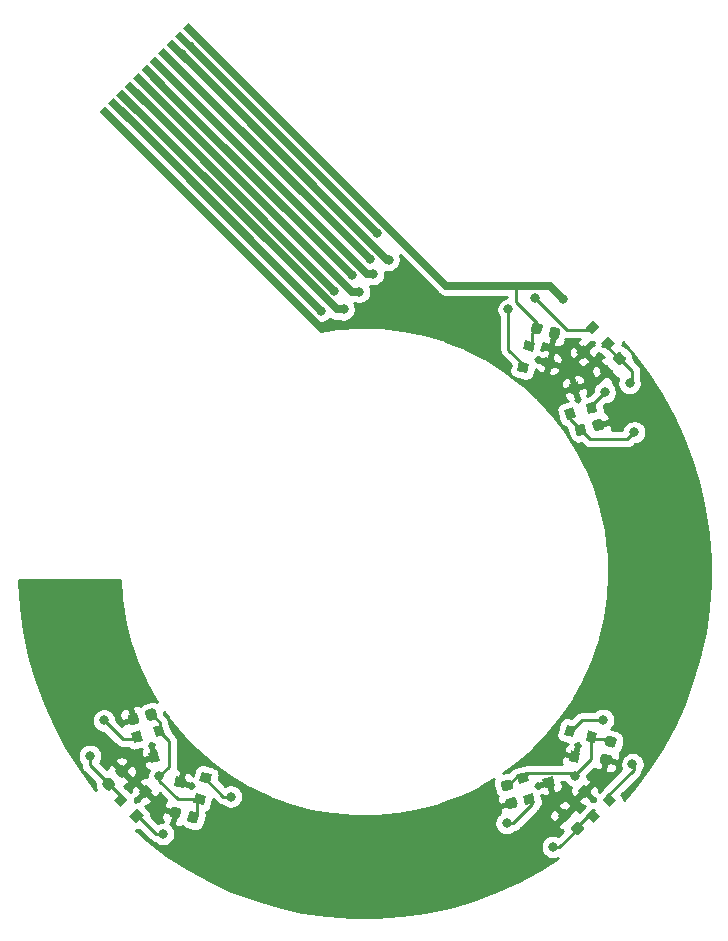
<source format=gbr>
%TF.GenerationSoftware,KiCad,Pcbnew,(5.1.10-1-10_14)*%
%TF.CreationDate,2021-10-31T06:09:43-07:00*%
%TF.ProjectId,o6DOFc_flex_pcb,6f36444f-4663-45f6-966c-65785f706362,rev?*%
%TF.SameCoordinates,Original*%
%TF.FileFunction,Copper,L1,Top*%
%TF.FilePolarity,Positive*%
%FSLAX46Y46*%
G04 Gerber Fmt 4.6, Leading zero omitted, Abs format (unit mm)*
G04 Created by KiCad (PCBNEW (5.1.10-1-10_14)) date 2021-10-31 06:09:43*
%MOMM*%
%LPD*%
G01*
G04 APERTURE LIST*
%TA.AperFunction,SMDPad,CuDef*%
%ADD10C,0.100000*%
%TD*%
%TA.AperFunction,ViaPad*%
%ADD11C,0.800000*%
%TD*%
%TA.AperFunction,Conductor*%
%ADD12C,0.250000*%
%TD*%
%TA.AperFunction,Conductor*%
%ADD13C,0.650000*%
%TD*%
%TA.AperFunction,Conductor*%
%ADD14C,0.254000*%
%TD*%
%TA.AperFunction,Conductor*%
%ADD15C,0.100000*%
%TD*%
G04 APERTURE END LIST*
%TA.AperFunction,SMDPad,CuDef*%
D10*
%TO.P,U10,1*%
%TO.N,VCC*%
G36*
X67676919Y-29721232D02*
G01*
X69253767Y-31298080D01*
X68794147Y-31757700D01*
X67217299Y-30180852D01*
X67676919Y-29721232D01*
G37*
%TD.AperFunction*%
%TA.AperFunction,SMDPad,CuDef*%
%TO.P,U10,2*%
%TO.N,/HES_O_1*%
G36*
X66969813Y-30428339D02*
G01*
X68546661Y-32005187D01*
X68087041Y-32464807D01*
X66510193Y-30887959D01*
X66969813Y-30428339D01*
G37*
%TD.AperFunction*%
%TA.AperFunction,SMDPad,CuDef*%
%TO.P,U10,3*%
%TO.N,/HES_O_2*%
G36*
X66262706Y-31135446D02*
G01*
X67839554Y-32712294D01*
X67379934Y-33171914D01*
X65803086Y-31595066D01*
X66262706Y-31135446D01*
G37*
%TD.AperFunction*%
%TA.AperFunction,SMDPad,CuDef*%
%TO.P,U10,4*%
%TO.N,/HES_O_3*%
G36*
X65555599Y-31842553D02*
G01*
X67132447Y-33419401D01*
X66672827Y-33879021D01*
X65095979Y-32302173D01*
X65555599Y-31842553D01*
G37*
%TD.AperFunction*%
%TA.AperFunction,SMDPad,CuDef*%
%TO.P,U10,5*%
%TO.N,/HES_O_4*%
G36*
X64848492Y-32549659D02*
G01*
X66425340Y-34126507D01*
X65965720Y-34586127D01*
X64388872Y-33009279D01*
X64848492Y-32549659D01*
G37*
%TD.AperFunction*%
%TA.AperFunction,SMDPad,CuDef*%
%TO.P,U10,6*%
%TO.N,/HES_O_5*%
G36*
X64141386Y-33256766D02*
G01*
X65718234Y-34833614D01*
X65258614Y-35293234D01*
X63681766Y-33716386D01*
X64141386Y-33256766D01*
G37*
%TD.AperFunction*%
%TA.AperFunction,SMDPad,CuDef*%
%TO.P,U10,7*%
%TO.N,/HES_O_6*%
G36*
X63434279Y-33963873D02*
G01*
X65011127Y-35540721D01*
X64551507Y-36000341D01*
X62974659Y-34423493D01*
X63434279Y-33963873D01*
G37*
%TD.AperFunction*%
%TA.AperFunction,SMDPad,CuDef*%
%TO.P,U10,8*%
%TO.N,/HES_O_7*%
G36*
X62727172Y-34670980D02*
G01*
X64304020Y-36247828D01*
X63844400Y-36707448D01*
X62267552Y-35130600D01*
X62727172Y-34670980D01*
G37*
%TD.AperFunction*%
%TA.AperFunction,SMDPad,CuDef*%
%TO.P,U10,9*%
%TO.N,/HES_O_8*%
G36*
X62020065Y-35378086D02*
G01*
X63596913Y-36954934D01*
X63137293Y-37414554D01*
X61560445Y-35837706D01*
X62020065Y-35378086D01*
G37*
%TD.AperFunction*%
%TA.AperFunction,SMDPad,CuDef*%
%TO.P,U10,10*%
%TO.N,/HES_O_9*%
G36*
X61312958Y-36085193D02*
G01*
X62889806Y-37662041D01*
X62430186Y-38121661D01*
X60853338Y-36544813D01*
X61312958Y-36085193D01*
G37*
%TD.AperFunction*%
%TA.AperFunction,SMDPad,CuDef*%
%TO.P,U10,11*%
%TO.N,GND*%
G36*
X60605852Y-36792300D02*
G01*
X62182700Y-38369148D01*
X61723080Y-38828768D01*
X60146232Y-37251920D01*
X60605852Y-36792300D01*
G37*
%TD.AperFunction*%
%TD*%
%TA.AperFunction,SMDPad,CuDef*%
%TO.P,U9,3*%
%TO.N,GND*%
G36*
X67472268Y-93771279D02*
G01*
X67265213Y-94544020D01*
X66395880Y-94311083D01*
X66602935Y-93538342D01*
X67472268Y-93771279D01*
G37*
%TD.AperFunction*%
%TA.AperFunction,SMDPad,CuDef*%
%TO.P,U9,2*%
%TO.N,/HES_O_9*%
G36*
X69649998Y-93371288D02*
G01*
X69442943Y-94144029D01*
X68573610Y-93911092D01*
X68780665Y-93138351D01*
X69649998Y-93371288D01*
G37*
%TD.AperFunction*%
%TA.AperFunction,SMDPad,CuDef*%
%TO.P,U9,1*%
%TO.N,VCC*%
G36*
X69158242Y-95206547D02*
G01*
X68951187Y-95979288D01*
X68081854Y-95746351D01*
X68288909Y-94973610D01*
X69158242Y-95206547D01*
G37*
%TD.AperFunction*%
%TD*%
%TA.AperFunction,SMDPad,CuDef*%
%TO.P,U8,3*%
%TO.N,GND*%
G36*
X64255980Y-91534787D02*
G01*
X65028721Y-91327732D01*
X65261658Y-92197065D01*
X64488917Y-92404120D01*
X64255980Y-91534787D01*
G37*
%TD.AperFunction*%
%TA.AperFunction,SMDPad,CuDef*%
%TO.P,U8,2*%
%TO.N,/HES_O_8*%
G36*
X62820712Y-89848813D02*
G01*
X63593453Y-89641758D01*
X63826390Y-90511091D01*
X63053649Y-90718146D01*
X62820712Y-89848813D01*
G37*
%TD.AperFunction*%
%TA.AperFunction,SMDPad,CuDef*%
%TO.P,U8,1*%
%TO.N,VCC*%
G36*
X64655971Y-89357057D02*
G01*
X65428712Y-89150002D01*
X65661649Y-90019335D01*
X64888908Y-90226390D01*
X64655971Y-89357057D01*
G37*
%TD.AperFunction*%
%TD*%
%TA.AperFunction,SMDPad,CuDef*%
%TO.P,U7,3*%
%TO.N,GND*%
G36*
X63971752Y-95393934D02*
G01*
X63406066Y-94828248D01*
X64042462Y-94191852D01*
X64608148Y-94757538D01*
X63971752Y-95393934D01*
G37*
%TD.AperFunction*%
%TA.AperFunction,SMDPad,CuDef*%
%TO.P,U7,2*%
%TO.N,/HES_O_7*%
G36*
X63229290Y-97479899D02*
G01*
X62663604Y-96914213D01*
X63300000Y-96277817D01*
X63865686Y-96843503D01*
X63229290Y-97479899D01*
G37*
%TD.AperFunction*%
%TA.AperFunction,SMDPad,CuDef*%
%TO.P,U7,1*%
%TO.N,VCC*%
G36*
X61885787Y-96136396D02*
G01*
X61320101Y-95570710D01*
X61956497Y-94934314D01*
X62522183Y-95500000D01*
X61885787Y-96136396D01*
G37*
%TD.AperFunction*%
%TD*%
%TA.AperFunction,SMDPad,CuDef*%
%TO.P,U6,3*%
%TO.N,GND*%
G36*
X100071279Y-91327732D02*
G01*
X100844020Y-91534787D01*
X100611083Y-92404120D01*
X99838342Y-92197065D01*
X100071279Y-91327732D01*
G37*
%TD.AperFunction*%
%TA.AperFunction,SMDPad,CuDef*%
%TO.P,U6,2*%
%TO.N,/HES_O_6*%
G36*
X99671288Y-89150002D02*
G01*
X100444029Y-89357057D01*
X100211092Y-90226390D01*
X99438351Y-90019335D01*
X99671288Y-89150002D01*
G37*
%TD.AperFunction*%
%TA.AperFunction,SMDPad,CuDef*%
%TO.P,U6,1*%
%TO.N,VCC*%
G36*
X101506547Y-89641758D02*
G01*
X102279288Y-89848813D01*
X102046351Y-90718146D01*
X101273610Y-90511091D01*
X101506547Y-89641758D01*
G37*
%TD.AperFunction*%
%TD*%
%TA.AperFunction,SMDPad,CuDef*%
%TO.P,U5,3*%
%TO.N,GND*%
G36*
X97834787Y-94544020D02*
G01*
X97627732Y-93771279D01*
X98497065Y-93538342D01*
X98704120Y-94311083D01*
X97834787Y-94544020D01*
G37*
%TD.AperFunction*%
%TA.AperFunction,SMDPad,CuDef*%
%TO.P,U5,2*%
%TO.N,/HES_O_5*%
G36*
X96148813Y-95979288D02*
G01*
X95941758Y-95206547D01*
X96811091Y-94973610D01*
X97018146Y-95746351D01*
X96148813Y-95979288D01*
G37*
%TD.AperFunction*%
%TA.AperFunction,SMDPad,CuDef*%
%TO.P,U5,1*%
%TO.N,VCC*%
G36*
X95657057Y-94144029D02*
G01*
X95450002Y-93371288D01*
X96319335Y-93138351D01*
X96526390Y-93911092D01*
X95657057Y-94144029D01*
G37*
%TD.AperFunction*%
%TD*%
%TA.AperFunction,SMDPad,CuDef*%
%TO.P,U4,3*%
%TO.N,GND*%
G36*
X101793934Y-94828248D02*
G01*
X101228248Y-95393934D01*
X100591852Y-94757538D01*
X101157538Y-94191852D01*
X101793934Y-94828248D01*
G37*
%TD.AperFunction*%
%TA.AperFunction,SMDPad,CuDef*%
%TO.P,U4,2*%
%TO.N,/HES_O_4*%
G36*
X103879899Y-95570710D02*
G01*
X103314213Y-96136396D01*
X102677817Y-95500000D01*
X103243503Y-94934314D01*
X103879899Y-95570710D01*
G37*
%TD.AperFunction*%
%TA.AperFunction,SMDPad,CuDef*%
%TO.P,U4,1*%
%TO.N,VCC*%
G36*
X102536396Y-96914213D02*
G01*
X101970710Y-97479899D01*
X101334314Y-96843503D01*
X101900000Y-96277817D01*
X102536396Y-96914213D01*
G37*
%TD.AperFunction*%
%TD*%
%TA.AperFunction,SMDPad,CuDef*%
%TO.P,U3,3*%
%TO.N,GND*%
G36*
X97627732Y-58778721D02*
G01*
X97834787Y-58005980D01*
X98704120Y-58238917D01*
X98497065Y-59011658D01*
X97627732Y-58778721D01*
G37*
%TD.AperFunction*%
%TA.AperFunction,SMDPad,CuDef*%
%TO.P,U3,2*%
%TO.N,/HES_O_3*%
G36*
X95450002Y-59178712D02*
G01*
X95657057Y-58405971D01*
X96526390Y-58638908D01*
X96319335Y-59411649D01*
X95450002Y-59178712D01*
G37*
%TD.AperFunction*%
%TA.AperFunction,SMDPad,CuDef*%
%TO.P,U3,1*%
%TO.N,VCC*%
G36*
X95941758Y-57343453D02*
G01*
X96148813Y-56570712D01*
X97018146Y-56803649D01*
X96811091Y-57576390D01*
X95941758Y-57343453D01*
G37*
%TD.AperFunction*%
%TD*%
%TA.AperFunction,SMDPad,CuDef*%
%TO.P,U2,3*%
%TO.N,GND*%
G36*
X100844020Y-60965213D02*
G01*
X100071279Y-61172268D01*
X99838342Y-60302935D01*
X100611083Y-60095880D01*
X100844020Y-60965213D01*
G37*
%TD.AperFunction*%
%TA.AperFunction,SMDPad,CuDef*%
%TO.P,U2,2*%
%TO.N,/HES_O_2*%
G36*
X102279288Y-62651187D02*
G01*
X101506547Y-62858242D01*
X101273610Y-61988909D01*
X102046351Y-61781854D01*
X102279288Y-62651187D01*
G37*
%TD.AperFunction*%
%TA.AperFunction,SMDPad,CuDef*%
%TO.P,U2,1*%
%TO.N,VCC*%
G36*
X100444029Y-63142943D02*
G01*
X99671288Y-63349998D01*
X99438351Y-62480665D01*
X100211092Y-62273610D01*
X100444029Y-63142943D01*
G37*
%TD.AperFunction*%
%TD*%
%TA.AperFunction,SMDPad,CuDef*%
%TO.P,U1,3*%
%TO.N,GND*%
G36*
X101128248Y-57006066D02*
G01*
X101693934Y-57571752D01*
X101057538Y-58208148D01*
X100491852Y-57642462D01*
X101128248Y-57006066D01*
G37*
%TD.AperFunction*%
%TA.AperFunction,SMDPad,CuDef*%
%TO.P,U1,2*%
%TO.N,/HES_O_1*%
G36*
X101870710Y-54920101D02*
G01*
X102436396Y-55485787D01*
X101800000Y-56122183D01*
X101234314Y-55556497D01*
X101870710Y-54920101D01*
G37*
%TD.AperFunction*%
%TA.AperFunction,SMDPad,CuDef*%
%TO.P,U1,1*%
%TO.N,VCC*%
G36*
X103214213Y-56263604D02*
G01*
X103779899Y-56829290D01*
X103143503Y-57465686D01*
X102577817Y-56900000D01*
X103214213Y-56263604D01*
G37*
%TD.AperFunction*%
%TD*%
%TO.P,C9,2*%
%TO.N,GND*%
%TA.AperFunction,SMDPad,CuDef*%
G36*
G01*
X67050778Y-96474402D02*
X66921369Y-96957365D01*
G75*
G02*
X66645802Y-97116464I-217333J58234D01*
G01*
X66211135Y-96999995D01*
G75*
G02*
X66052036Y-96724428I58234J217333D01*
G01*
X66181445Y-96241465D01*
G75*
G02*
X66457012Y-96082366I217333J-58234D01*
G01*
X66891679Y-96198835D01*
G75*
G02*
X67050778Y-96474402I-58234J-217333D01*
G01*
G37*
%TD.AperFunction*%
%TO.P,C9,1*%
%TO.N,VCC*%
%TA.AperFunction,SMDPad,CuDef*%
G36*
G01*
X68547964Y-96875572D02*
X68418555Y-97358535D01*
G75*
G02*
X68142988Y-97517634I-217333J58234D01*
G01*
X67708321Y-97401165D01*
G75*
G02*
X67549222Y-97125598I58234J217333D01*
G01*
X67678631Y-96642635D01*
G75*
G02*
X67954198Y-96483536I217333J-58234D01*
G01*
X68388865Y-96600005D01*
G75*
G02*
X68547964Y-96875572I-58234J-217333D01*
G01*
G37*
%TD.AperFunction*%
%TD*%
%TO.P,C8,2*%
%TO.N,GND*%
%TA.AperFunction,SMDPad,CuDef*%
G36*
G01*
X63372776Y-88343220D02*
X63502185Y-88826183D01*
G75*
G02*
X63343086Y-89101750I-217333J-58234D01*
G01*
X62908419Y-89218219D01*
G75*
G02*
X62632852Y-89059120I-58234J217333D01*
G01*
X62503443Y-88576157D01*
G75*
G02*
X62662542Y-88300590I217333J58234D01*
G01*
X63097209Y-88184121D01*
G75*
G02*
X63372776Y-88343220I58234J-217333D01*
G01*
G37*
%TD.AperFunction*%
%TO.P,C8,1*%
%TO.N,VCC*%
%TA.AperFunction,SMDPad,CuDef*%
G36*
G01*
X64869962Y-87942050D02*
X64999371Y-88425013D01*
G75*
G02*
X64840272Y-88700580I-217333J-58234D01*
G01*
X64405605Y-88817049D01*
G75*
G02*
X64130038Y-88657950I-58234J217333D01*
G01*
X64000629Y-88174987D01*
G75*
G02*
X64159728Y-87899420I217333J58234D01*
G01*
X64594395Y-87782951D01*
G75*
G02*
X64869962Y-87942050I58234J-217333D01*
G01*
G37*
%TD.AperFunction*%
%TD*%
%TO.P,C7,2*%
%TO.N,GND*%
%TA.AperFunction,SMDPad,CuDef*%
G36*
G01*
X61858579Y-93594975D02*
X61505025Y-93241421D01*
G75*
G02*
X61505025Y-92923223I159099J159099D01*
G01*
X61823223Y-92605025D01*
G75*
G02*
X62141421Y-92605025I159099J-159099D01*
G01*
X62494975Y-92958579D01*
G75*
G02*
X62494975Y-93276777I-159099J-159099D01*
G01*
X62176777Y-93594975D01*
G75*
G02*
X61858579Y-93594975I-159099J159099D01*
G01*
G37*
%TD.AperFunction*%
%TO.P,C7,1*%
%TO.N,VCC*%
%TA.AperFunction,SMDPad,CuDef*%
G36*
G01*
X60762563Y-94690991D02*
X60409009Y-94337437D01*
G75*
G02*
X60409009Y-94019239I159099J159099D01*
G01*
X60727207Y-93701041D01*
G75*
G02*
X61045405Y-93701041I159099J-159099D01*
G01*
X61398959Y-94054595D01*
G75*
G02*
X61398959Y-94372793I-159099J-159099D01*
G01*
X61080761Y-94690991D01*
G75*
G02*
X60762563Y-94690991I-159099J159099D01*
G01*
G37*
%TD.AperFunction*%
%TD*%
%TO.P,C6,2*%
%TO.N,GND*%
%TA.AperFunction,SMDPad,CuDef*%
G36*
G01*
X102873817Y-91597815D02*
X103356780Y-91727224D01*
G75*
G02*
X103515879Y-92002791I-58234J-217333D01*
G01*
X103399410Y-92437458D01*
G75*
G02*
X103123843Y-92596557I-217333J58234D01*
G01*
X102640880Y-92467148D01*
G75*
G02*
X102481781Y-92191581I58234J217333D01*
G01*
X102598250Y-91756914D01*
G75*
G02*
X102873817Y-91597815I217333J-58234D01*
G01*
G37*
%TD.AperFunction*%
%TO.P,C6,1*%
%TO.N,VCC*%
%TA.AperFunction,SMDPad,CuDef*%
G36*
G01*
X103274987Y-90100629D02*
X103757950Y-90230038D01*
G75*
G02*
X103917049Y-90505605I-58234J-217333D01*
G01*
X103800580Y-90940272D01*
G75*
G02*
X103525013Y-91099371I-217333J58234D01*
G01*
X103042050Y-90969962D01*
G75*
G02*
X102882951Y-90694395I58234J217333D01*
G01*
X102999420Y-90259728D01*
G75*
G02*
X103274987Y-90100629I217333J-58234D01*
G01*
G37*
%TD.AperFunction*%
%TD*%
%TO.P,C5,2*%
%TO.N,GND*%
%TA.AperFunction,SMDPad,CuDef*%
G36*
G01*
X94642050Y-95430038D02*
X95125013Y-95300629D01*
G75*
G02*
X95400580Y-95459728I58234J-217333D01*
G01*
X95517049Y-95894395D01*
G75*
G02*
X95357950Y-96169962I-217333J-58234D01*
G01*
X94874987Y-96299371D01*
G75*
G02*
X94599420Y-96140272I-58234J217333D01*
G01*
X94482951Y-95705605D01*
G75*
G02*
X94642050Y-95430038I217333J58234D01*
G01*
G37*
%TD.AperFunction*%
%TO.P,C5,1*%
%TO.N,VCC*%
%TA.AperFunction,SMDPad,CuDef*%
G36*
G01*
X94240880Y-93932852D02*
X94723843Y-93803443D01*
G75*
G02*
X94999410Y-93962542I58234J-217333D01*
G01*
X95115879Y-94397209D01*
G75*
G02*
X94956780Y-94672776I-217333J-58234D01*
G01*
X94473817Y-94802185D01*
G75*
G02*
X94198250Y-94643086I-58234J217333D01*
G01*
X94081781Y-94208419D01*
G75*
G02*
X94240880Y-93932852I217333J58234D01*
G01*
G37*
%TD.AperFunction*%
%TD*%
%TO.P,C4,2*%
%TO.N,GND*%
%TA.AperFunction,SMDPad,CuDef*%
G36*
G01*
X99998959Y-96993413D02*
X99645405Y-97346967D01*
G75*
G02*
X99327207Y-97346967I-159099J159099D01*
G01*
X99009009Y-97028769D01*
G75*
G02*
X99009009Y-96710571I159099J159099D01*
G01*
X99362563Y-96357017D01*
G75*
G02*
X99680761Y-96357017I159099J-159099D01*
G01*
X99998959Y-96675215D01*
G75*
G02*
X99998959Y-96993413I-159099J-159099D01*
G01*
G37*
%TD.AperFunction*%
%TO.P,C4,1*%
%TO.N,VCC*%
%TA.AperFunction,SMDPad,CuDef*%
G36*
G01*
X101094975Y-98089429D02*
X100741421Y-98442983D01*
G75*
G02*
X100423223Y-98442983I-159099J159099D01*
G01*
X100105025Y-98124785D01*
G75*
G02*
X100105025Y-97806587I159099J159099D01*
G01*
X100458579Y-97453033D01*
G75*
G02*
X100776777Y-97453033I159099J-159099D01*
G01*
X101094975Y-97771231D01*
G75*
G02*
X101094975Y-98089429I-159099J-159099D01*
G01*
G37*
%TD.AperFunction*%
%TD*%
%TO.P,C3,2*%
%TO.N,GND*%
%TA.AperFunction,SMDPad,CuDef*%
G36*
G01*
X98147815Y-56126183D02*
X98277224Y-55643220D01*
G75*
G02*
X98552791Y-55484121I217333J-58234D01*
G01*
X98987458Y-55600590D01*
G75*
G02*
X99146557Y-55876157I-58234J-217333D01*
G01*
X99017148Y-56359120D01*
G75*
G02*
X98741581Y-56518219I-217333J58234D01*
G01*
X98306914Y-56401750D01*
G75*
G02*
X98147815Y-56126183I58234J217333D01*
G01*
G37*
%TD.AperFunction*%
%TO.P,C3,1*%
%TO.N,VCC*%
%TA.AperFunction,SMDPad,CuDef*%
G36*
G01*
X96650629Y-55725013D02*
X96780038Y-55242050D01*
G75*
G02*
X97055605Y-55082951I217333J-58234D01*
G01*
X97490272Y-55199420D01*
G75*
G02*
X97649371Y-55474987I-58234J-217333D01*
G01*
X97519962Y-55957950D01*
G75*
G02*
X97244395Y-56117049I-217333J58234D01*
G01*
X96809728Y-56000580D01*
G75*
G02*
X96650629Y-55725013I58234J217333D01*
G01*
G37*
%TD.AperFunction*%
%TD*%
%TO.P,C2,2*%
%TO.N,GND*%
%TA.AperFunction,SMDPad,CuDef*%
G36*
G01*
X101978631Y-64157365D02*
X101849222Y-63674402D01*
G75*
G02*
X102008321Y-63398835I217333J58234D01*
G01*
X102442988Y-63282366D01*
G75*
G02*
X102718555Y-63441465I58234J-217333D01*
G01*
X102847964Y-63924428D01*
G75*
G02*
X102688865Y-64199995I-217333J-58234D01*
G01*
X102254198Y-64316464D01*
G75*
G02*
X101978631Y-64157365I-58234J217333D01*
G01*
G37*
%TD.AperFunction*%
%TO.P,C2,1*%
%TO.N,VCC*%
%TA.AperFunction,SMDPad,CuDef*%
G36*
G01*
X100481445Y-64558535D02*
X100352036Y-64075572D01*
G75*
G02*
X100511135Y-63800005I217333J58234D01*
G01*
X100945802Y-63683536D01*
G75*
G02*
X101221369Y-63842635I58234J-217333D01*
G01*
X101350778Y-64325598D01*
G75*
G02*
X101191679Y-64601165I-217333J-58234D01*
G01*
X100757012Y-64717634D01*
G75*
G02*
X100481445Y-64558535I-58234J217333D01*
G01*
G37*
%TD.AperFunction*%
%TD*%
%TO.P,C1,2*%
%TO.N,GND*%
%TA.AperFunction,SMDPad,CuDef*%
G36*
G01*
X103195405Y-58751041D02*
X103548959Y-59104595D01*
G75*
G02*
X103548959Y-59422793I-159099J-159099D01*
G01*
X103230761Y-59740991D01*
G75*
G02*
X102912563Y-59740991I-159099J159099D01*
G01*
X102559009Y-59387437D01*
G75*
G02*
X102559009Y-59069239I159099J159099D01*
G01*
X102877207Y-58751041D01*
G75*
G02*
X103195405Y-58751041I159099J-159099D01*
G01*
G37*
%TD.AperFunction*%
%TO.P,C1,1*%
%TO.N,VCC*%
%TA.AperFunction,SMDPad,CuDef*%
G36*
G01*
X104291421Y-57655025D02*
X104644975Y-58008579D01*
G75*
G02*
X104644975Y-58326777I-159099J-159099D01*
G01*
X104326777Y-58644975D01*
G75*
G02*
X104008579Y-58644975I-159099J159099D01*
G01*
X103655025Y-58291421D01*
G75*
G02*
X103655025Y-57973223I159099J159099D01*
G01*
X103973223Y-57655025D01*
G75*
G02*
X104291421Y-57655025I159099J-159099D01*
G01*
G37*
%TD.AperFunction*%
%TD*%
D11*
%TO.N,VCC*%
X105000000Y-60250000D03*
X100400000Y-93500000D03*
X65200000Y-93500000D03*
X59300000Y-91800000D03*
X98500000Y-99500000D03*
X99400000Y-53100000D03*
X105400000Y-64400000D03*
%TO.N,/HES_O_1*%
X97000000Y-53000000D03*
X83650004Y-47550004D03*
%TO.N,/HES_O_2*%
X84600000Y-49800000D03*
X102900004Y-61000000D03*
%TO.N,/HES_O_3*%
X83000000Y-49700000D03*
X94750000Y-54000000D03*
%TO.N,/HES_O_4*%
X105250000Y-92500000D03*
X83300000Y-51000000D03*
%TO.N,/HES_O_5*%
X81500000Y-51125000D03*
X94600000Y-97500000D03*
%TO.N,/HES_O_6*%
X102750000Y-88750000D03*
X82100000Y-52500000D03*
%TO.N,/HES_O_7*%
X65500000Y-98400000D03*
X80000929Y-52399989D03*
%TO.N,/HES_O_8*%
X60500000Y-88800000D03*
X80800000Y-54000000D03*
%TO.N,/HES_O_9*%
X78896573Y-54096573D03*
X71250000Y-95250000D03*
%TD*%
D12*
%TO.N,GND*%
X61164466Y-37810534D02*
X61310534Y-37810534D01*
D13*
X61200000Y-37900000D02*
X78389466Y-55089466D01*
D12*
%TO.N,VCC*%
X68235533Y-30739466D02*
X68239466Y-30739466D01*
X61020000Y-94280000D02*
X61020000Y-94284213D01*
X94939415Y-94101407D02*
X94939415Y-94060585D01*
X95458810Y-93541190D02*
X96263196Y-93541190D01*
X94939415Y-94060585D02*
X95458810Y-93541190D01*
X104114213Y-58150000D02*
X103028858Y-57064645D01*
X104150000Y-58150000D02*
X104114213Y-58150000D01*
X104150000Y-58150000D02*
X105250000Y-59250000D01*
X105250000Y-59250000D02*
X105250000Y-60000000D01*
X105250000Y-60000000D02*
X105000000Y-60250000D01*
X105000000Y-60250000D02*
X105000000Y-60250000D01*
X102710677Y-57064645D02*
X103028858Y-57064645D01*
X65258810Y-89008810D02*
X65258810Y-89888196D01*
X64799415Y-88549415D02*
X65258810Y-89008810D01*
X64688593Y-88549415D02*
X64799415Y-88549415D01*
X67973593Y-96825585D02*
X68174415Y-96825585D01*
X68370048Y-95351449D02*
X68851449Y-95351449D01*
X68370048Y-96629952D02*
X68370048Y-95351449D01*
X68174415Y-96825585D02*
X68370048Y-96629952D01*
X102879952Y-90379952D02*
X101701449Y-90379952D01*
X103181170Y-90792814D02*
X103181170Y-90681170D01*
X100639213Y-97700000D02*
X101968198Y-96371015D01*
X103181170Y-90681170D02*
X102879952Y-90379952D01*
X100600000Y-97700000D02*
X100639213Y-97700000D01*
X96416054Y-93213332D02*
X100113332Y-93213332D01*
X100113332Y-93213332D02*
X100400000Y-93500000D01*
X95988196Y-93641190D02*
X96416054Y-93213332D01*
X101776449Y-92023551D02*
X101776449Y-90179952D01*
X100400000Y-93400000D02*
X101776449Y-92023551D01*
X100400000Y-93500000D02*
X100400000Y-93400000D01*
X100400000Y-93500000D02*
X100400000Y-93500000D01*
X61020000Y-94284213D02*
X61517893Y-94782107D01*
X61517893Y-94782107D02*
X62096142Y-95360355D01*
X65200000Y-93500000D02*
X66000000Y-92700000D01*
X66000000Y-90529386D02*
X65158810Y-89688196D01*
X66000000Y-92700000D02*
X66000000Y-90529386D01*
X65200000Y-93500000D02*
X65200000Y-93900000D01*
X66776449Y-95476449D02*
X68620048Y-95476449D01*
X65200000Y-93900000D02*
X66776449Y-95476449D01*
X65200000Y-93500000D02*
X65200000Y-93500000D01*
X60903984Y-94196016D02*
X59300000Y-92592032D01*
X59300000Y-92592032D02*
X59300000Y-91800000D01*
X59300000Y-91800000D02*
X59300000Y-91800000D01*
X100600000Y-97948008D02*
X99048008Y-99500000D01*
X99048008Y-99500000D02*
X98500000Y-99500000D01*
X98500000Y-99500000D02*
X98500000Y-99500000D01*
D13*
X98300000Y-52000000D02*
X99400000Y-53100000D01*
X68239466Y-30739466D02*
X85500000Y-48000000D01*
X85500000Y-48000000D02*
X89500000Y-52000000D01*
D12*
X96729952Y-56020048D02*
X97150000Y-55600000D01*
X96729952Y-57073551D02*
X96729952Y-56020048D01*
X105400000Y-64400000D02*
X105400000Y-64400000D01*
X104800000Y-65000000D02*
X105400000Y-64400000D01*
X101650822Y-65000000D02*
X104800000Y-65000000D01*
X100851407Y-64200585D02*
X101650822Y-65000000D01*
X99941190Y-63290368D02*
X100851407Y-64200585D01*
X99941190Y-62811804D02*
X99941190Y-63290368D01*
X97150000Y-55108245D02*
X97150000Y-55600000D01*
X95400000Y-52000000D02*
X95400000Y-53358245D01*
D13*
X89500000Y-52000000D02*
X95400000Y-52000000D01*
D12*
X95400000Y-53358245D02*
X97150000Y-55108245D01*
D13*
X95400000Y-52000000D02*
X98300000Y-52000000D01*
D12*
%TO.N,/HES_O_1*%
X67528427Y-31446573D02*
X67946573Y-31446573D01*
D13*
X67900000Y-31800000D02*
X83650004Y-47550004D01*
D12*
X97000000Y-53000000D02*
X99721142Y-55721142D01*
X99721142Y-55721142D02*
X101685355Y-55721142D01*
%TO.N,/HES_O_2*%
X66821320Y-32153680D02*
X67280940Y-32153680D01*
D13*
X83719060Y-49019060D02*
X83719060Y-49019060D01*
X84500000Y-49800000D02*
X84600000Y-49800000D01*
X67000000Y-32300000D02*
X84500000Y-49800000D01*
D12*
X101726449Y-62020048D02*
X101879956Y-62020048D01*
X101879956Y-62020048D02*
X102900004Y-61000000D01*
%TO.N,/HES_O_3*%
X66114213Y-32860787D02*
X66360787Y-32860787D01*
D13*
X66100000Y-32900000D02*
X83000000Y-49700000D01*
X83000000Y-49700000D02*
X83000000Y-49700000D01*
D12*
X94750000Y-57420614D02*
X96238196Y-58908810D01*
X94750000Y-54000000D02*
X94750000Y-57420614D01*
%TO.N,/HES_O_4*%
X65407106Y-33567893D02*
X65567893Y-33567893D01*
D13*
X82432107Y-50632107D02*
X82432107Y-50632107D01*
D12*
X103028858Y-95310355D02*
X105339213Y-93000000D01*
X105339213Y-92589213D02*
X105250000Y-92500000D01*
X105339213Y-93000000D02*
X105339213Y-92589213D01*
D13*
X82800000Y-51000000D02*
X83300000Y-51000000D01*
X65500000Y-33700000D02*
X82800000Y-51000000D01*
D12*
%TO.N,/HES_O_5*%
X64700000Y-34275000D02*
X64775000Y-34275000D01*
D13*
X64775000Y-34400000D02*
X81500000Y-51125000D01*
X81500000Y-51125000D02*
X81500000Y-51125000D01*
D12*
X96754952Y-95910733D02*
X96754952Y-95376449D01*
X95165685Y-97500000D02*
X96754952Y-95910733D01*
X94600000Y-97500000D02*
X95165685Y-97500000D01*
%TO.N,/HES_O_6*%
X63992893Y-34982107D02*
X63992893Y-34992893D01*
D13*
X81000000Y-52000000D02*
X81000000Y-52000000D01*
D12*
X101004386Y-88750000D02*
X102750000Y-88750000D01*
X99866190Y-89888196D02*
X101004386Y-88750000D01*
D13*
X81500000Y-52500000D02*
X82100000Y-52500000D01*
X63992893Y-34992893D02*
X81500000Y-52500000D01*
D12*
%TO.N,/HES_O_7*%
X63285786Y-35689214D02*
X63285786Y-35785786D01*
D13*
X80000000Y-52414214D02*
X80000000Y-52414214D01*
D12*
X65500000Y-98400000D02*
X64900000Y-98400000D01*
X63439645Y-96939645D02*
X63439645Y-96703858D01*
X64900000Y-98400000D02*
X63439645Y-96939645D01*
D13*
X79985775Y-52399989D02*
X80000929Y-52399989D01*
X63285786Y-35700000D02*
X79985775Y-52399989D01*
D12*
%TO.N,/HES_O_8*%
X62578679Y-36396320D02*
X62578679Y-36578679D01*
D13*
X79521321Y-53321321D02*
X79521321Y-53321321D01*
D12*
X62079952Y-90379952D02*
X63423551Y-90379952D01*
X60500000Y-88800000D02*
X62079952Y-90379952D01*
D13*
X62600000Y-36400000D02*
X80200000Y-54000000D01*
X80200000Y-54000000D02*
X80800000Y-54000000D01*
D12*
%TO.N,/HES_O_9*%
X61871572Y-37103427D02*
X62103427Y-37103427D01*
D13*
X62000000Y-37200000D02*
X78896573Y-54096573D01*
X78896573Y-54096573D02*
X78896573Y-54096573D01*
D12*
X70595614Y-95250000D02*
X68861804Y-93516190D01*
X71250000Y-95250000D02*
X70595614Y-95250000D01*
%TD*%
D14*
%TO.N,GND*%
X61979001Y-38572846D02*
X62075692Y-38652198D01*
X62116213Y-38673858D01*
X77944142Y-54501787D01*
X77979368Y-54586829D01*
X78092636Y-54756347D01*
X78236799Y-54900510D01*
X78406317Y-55013778D01*
X78594675Y-55091799D01*
X78794634Y-55131573D01*
X78998512Y-55131573D01*
X79198471Y-55091799D01*
X79386829Y-55013778D01*
X79556347Y-54900510D01*
X79658970Y-54797887D01*
X79664071Y-54802073D01*
X79816697Y-54883653D01*
X79830846Y-54891216D01*
X80011807Y-54946110D01*
X80152838Y-54960000D01*
X80152840Y-54960000D01*
X80200000Y-54964645D01*
X80247160Y-54960000D01*
X80413060Y-54960000D01*
X80498102Y-54995226D01*
X80698061Y-55035000D01*
X80901939Y-55035000D01*
X81101898Y-54995226D01*
X81290256Y-54917205D01*
X81459774Y-54803937D01*
X81603937Y-54659774D01*
X81717205Y-54490256D01*
X81795226Y-54301898D01*
X81835000Y-54101939D01*
X81835000Y-53898061D01*
X81795226Y-53698102D01*
X81717205Y-53509744D01*
X81683967Y-53460000D01*
X81713060Y-53460000D01*
X81798102Y-53495226D01*
X81998061Y-53535000D01*
X82201939Y-53535000D01*
X82401898Y-53495226D01*
X82590256Y-53417205D01*
X82759774Y-53303937D01*
X82903937Y-53159774D01*
X83017205Y-52990256D01*
X83095226Y-52801898D01*
X83135000Y-52601939D01*
X83135000Y-52398061D01*
X83095226Y-52198102D01*
X83017205Y-52009744D01*
X83008946Y-51997383D01*
X83198061Y-52035000D01*
X83401939Y-52035000D01*
X83601898Y-51995226D01*
X83790256Y-51917205D01*
X83959774Y-51803937D01*
X84103937Y-51659774D01*
X84217205Y-51490256D01*
X84295226Y-51301898D01*
X84335000Y-51101939D01*
X84335000Y-50898061D01*
X84315222Y-50798631D01*
X84498061Y-50835000D01*
X84701939Y-50835000D01*
X84901898Y-50795226D01*
X85090256Y-50717205D01*
X85259774Y-50603937D01*
X85403937Y-50459774D01*
X85517205Y-50290256D01*
X85595226Y-50101898D01*
X85635000Y-49901939D01*
X85635000Y-49698061D01*
X85595226Y-49498102D01*
X85563242Y-49420886D01*
X88787828Y-52645473D01*
X88817893Y-52682107D01*
X88854525Y-52712170D01*
X88964071Y-52802073D01*
X89022163Y-52833124D01*
X89130846Y-52891216D01*
X89311807Y-52946110D01*
X89452838Y-52960000D01*
X89452847Y-52960000D01*
X89499999Y-52964644D01*
X89547151Y-52960000D01*
X94640001Y-52960000D01*
X94640001Y-52966603D01*
X94448102Y-53004774D01*
X94259744Y-53082795D01*
X94090226Y-53196063D01*
X93946063Y-53340226D01*
X93832795Y-53509744D01*
X93754774Y-53698102D01*
X93715000Y-53898061D01*
X93715000Y-54101939D01*
X93754774Y-54301898D01*
X93832795Y-54490256D01*
X93946063Y-54659774D01*
X93990000Y-54703711D01*
X93990001Y-57383282D01*
X93986324Y-57420614D01*
X93990001Y-57457947D01*
X94000998Y-57569600D01*
X94005076Y-57583043D01*
X94044454Y-57712860D01*
X94115026Y-57844890D01*
X94186201Y-57931616D01*
X94210000Y-57960615D01*
X94238998Y-57984413D01*
X94925488Y-58670904D01*
X94833672Y-59013567D01*
X94813296Y-59136980D01*
X94817389Y-59261997D01*
X94845792Y-59383814D01*
X94897415Y-59497748D01*
X94970274Y-59599422D01*
X95061568Y-59684929D01*
X95167790Y-59750981D01*
X95284857Y-59795042D01*
X96154190Y-60027979D01*
X96277603Y-60048355D01*
X96402620Y-60044262D01*
X96524437Y-60015859D01*
X96638371Y-59964235D01*
X96740045Y-59891377D01*
X96825552Y-59800082D01*
X96891604Y-59693861D01*
X96935665Y-59576794D01*
X97068156Y-59082331D01*
X97075145Y-59097757D01*
X97148004Y-59199430D01*
X97239298Y-59284938D01*
X97345519Y-59350990D01*
X97462587Y-59395051D01*
X97622035Y-59434595D01*
X97702597Y-59388082D01*
X98061808Y-59388082D01*
X98174062Y-59582510D01*
X98331920Y-59627988D01*
X98455333Y-59648364D01*
X98580350Y-59644272D01*
X98702167Y-59615867D01*
X98816101Y-59564244D01*
X98917775Y-59491386D01*
X99003282Y-59400092D01*
X99069335Y-59293870D01*
X99093998Y-59228338D01*
X101761838Y-59228338D01*
X101774099Y-59352820D01*
X101810408Y-59472518D01*
X101869372Y-59582832D01*
X101948725Y-59679523D01*
X102084717Y-59811171D01*
X102309224Y-59811171D01*
X102874379Y-59246016D01*
X102291546Y-58663183D01*
X102067040Y-58663183D01*
X101948725Y-58777153D01*
X101869372Y-58873844D01*
X101810408Y-58984159D01*
X101774099Y-59103857D01*
X101761838Y-59228338D01*
X99093998Y-59228338D01*
X99113395Y-59176803D01*
X99139998Y-59065651D01*
X99027745Y-58871223D01*
X98255729Y-58664362D01*
X98061808Y-59388082D01*
X97702597Y-59388082D01*
X97816463Y-59322341D01*
X98010383Y-58598622D01*
X97340088Y-58419016D01*
X98321469Y-58419016D01*
X99093485Y-58625878D01*
X99287913Y-58513624D01*
X99320450Y-58404062D01*
X99329068Y-58351867D01*
X100527738Y-58351867D01*
X100527738Y-58576374D01*
X100606353Y-58659333D01*
X100703044Y-58738686D01*
X100813358Y-58797650D01*
X100933056Y-58833959D01*
X101057538Y-58846220D01*
X101182019Y-58833959D01*
X101301717Y-58797650D01*
X101412032Y-58738686D01*
X101508723Y-58659333D01*
X101622693Y-58541018D01*
X101622693Y-58316512D01*
X101092893Y-57786712D01*
X100527738Y-58351867D01*
X99329068Y-58351867D01*
X99340827Y-58280649D01*
X99336734Y-58155632D01*
X99308329Y-58033815D01*
X99256707Y-57919881D01*
X99183848Y-57818208D01*
X99092554Y-57732700D01*
X98986333Y-57666648D01*
X98922072Y-57642462D01*
X99853780Y-57642462D01*
X99866041Y-57766944D01*
X99902350Y-57886642D01*
X99961314Y-57996956D01*
X100040667Y-58093647D01*
X100123626Y-58172262D01*
X100348133Y-58172262D01*
X100913288Y-57607107D01*
X100383488Y-57077307D01*
X100158982Y-57077307D01*
X100040667Y-57191277D01*
X99961314Y-57287968D01*
X99902350Y-57398283D01*
X99866041Y-57517981D01*
X99853780Y-57642462D01*
X98922072Y-57642462D01*
X98869265Y-57622587D01*
X98709817Y-57583043D01*
X98515389Y-57695297D01*
X98321469Y-58419016D01*
X97340088Y-58419016D01*
X97238367Y-58391760D01*
X97134746Y-58451586D01*
X97130600Y-58433806D01*
X97078977Y-58319872D01*
X97006118Y-58218198D01*
X96975985Y-58189975D01*
X97016193Y-58180600D01*
X97130127Y-58128976D01*
X97231801Y-58056118D01*
X97244281Y-58042793D01*
X97304107Y-58146415D01*
X98076123Y-58353276D01*
X98270044Y-57629556D01*
X98157790Y-57435128D01*
X97999932Y-57389650D01*
X97876519Y-57369274D01*
X97751502Y-57373366D01*
X97629685Y-57401771D01*
X97515751Y-57453394D01*
X97501985Y-57463259D01*
X97634476Y-56968794D01*
X97654852Y-56845381D01*
X97653535Y-56805140D01*
X97701146Y-56849733D01*
X97807368Y-56915786D01*
X97924435Y-56959846D01*
X98083884Y-56999390D01*
X98278312Y-56887137D01*
X98491643Y-56090973D01*
X98472324Y-56085797D01*
X98538065Y-55840451D01*
X98557383Y-55845627D01*
X98562559Y-55826308D01*
X98807905Y-55892048D01*
X98802729Y-55911367D01*
X98822048Y-55916543D01*
X98756307Y-56161889D01*
X98736989Y-56156713D01*
X98523657Y-56952877D01*
X98635910Y-57147305D01*
X98793768Y-57192784D01*
X98917182Y-57213160D01*
X99042199Y-57209067D01*
X99164015Y-57180663D01*
X99277950Y-57129040D01*
X99379623Y-57056181D01*
X99465130Y-56964887D01*
X99531183Y-56858666D01*
X99575244Y-56741599D01*
X99621258Y-56558002D01*
X99570189Y-56469548D01*
X99572156Y-56470145D01*
X99683809Y-56481142D01*
X99683819Y-56481142D01*
X99721142Y-56484818D01*
X99758465Y-56481142D01*
X100766913Y-56481142D01*
X100677063Y-56554881D01*
X100563093Y-56673196D01*
X100563093Y-56897702D01*
X101092893Y-57427502D01*
X101658048Y-56862347D01*
X101658048Y-56742696D01*
X101675518Y-56747995D01*
X101800000Y-56760255D01*
X101924482Y-56747995D01*
X101963989Y-56736011D01*
X101952005Y-56775518D01*
X101939745Y-56900000D01*
X101951480Y-57019155D01*
X101949235Y-57041952D01*
X101837653Y-57041952D01*
X101272498Y-57607107D01*
X101802298Y-58136907D01*
X102026804Y-58136907D01*
X102145119Y-58022937D01*
X102224472Y-57926246D01*
X102283436Y-57815931D01*
X102314209Y-57714483D01*
X102418430Y-57770191D01*
X102561691Y-57813648D01*
X102592089Y-57816642D01*
X102692318Y-57916871D01*
X102789009Y-57996223D01*
X102797558Y-58000793D01*
X102792127Y-58002440D01*
X102681812Y-58061404D01*
X102585121Y-58140757D01*
X102471151Y-58259072D01*
X102471151Y-58483578D01*
X103053984Y-59066411D01*
X103068127Y-59052269D01*
X103247732Y-59231874D01*
X103233589Y-59246016D01*
X103816422Y-59828849D01*
X104040928Y-59828849D01*
X104062962Y-59807624D01*
X104004774Y-59948102D01*
X103965000Y-60148061D01*
X103965000Y-60351939D01*
X104004774Y-60551898D01*
X104082795Y-60740256D01*
X104196063Y-60909774D01*
X104340226Y-61053937D01*
X104509744Y-61167205D01*
X104698102Y-61245226D01*
X104898061Y-61285000D01*
X105101939Y-61285000D01*
X105301898Y-61245226D01*
X105490256Y-61167205D01*
X105659774Y-61053937D01*
X105803937Y-60909774D01*
X105917205Y-60740256D01*
X105995226Y-60551898D01*
X106035000Y-60351939D01*
X106035000Y-60148061D01*
X106010985Y-60027327D01*
X106013676Y-60000001D01*
X106010000Y-59962678D01*
X106010000Y-59287323D01*
X106013676Y-59250000D01*
X106010000Y-59212677D01*
X106010000Y-59212667D01*
X105999003Y-59101014D01*
X105955546Y-58957753D01*
X105909294Y-58871223D01*
X105884974Y-58825723D01*
X105813799Y-58738997D01*
X105790001Y-58709999D01*
X105761004Y-58686202D01*
X105339402Y-58264600D01*
X105348948Y-58167678D01*
X105332364Y-57999301D01*
X105283251Y-57837395D01*
X105203494Y-57688181D01*
X105096160Y-57557394D01*
X104742606Y-57203840D01*
X104611819Y-57096506D01*
X104462605Y-57016749D01*
X104393011Y-56995638D01*
X104405711Y-56953772D01*
X104417971Y-56829290D01*
X104412398Y-56772705D01*
X105271616Y-57757094D01*
X106532077Y-59428816D01*
X107669803Y-61186402D01*
X108678948Y-63020823D01*
X109554358Y-64922710D01*
X110291548Y-66882321D01*
X110886742Y-68889618D01*
X111336894Y-70934320D01*
X111639704Y-73005990D01*
X111793622Y-75094006D01*
X111797857Y-77187665D01*
X111652389Y-79276300D01*
X111357963Y-81349163D01*
X110916084Y-83395687D01*
X110329015Y-85405376D01*
X109599764Y-87367939D01*
X108732059Y-89273348D01*
X107730345Y-91111836D01*
X106599738Y-92874012D01*
X105346039Y-94550836D01*
X104512366Y-95513796D01*
X104505711Y-95446228D01*
X104469401Y-95326530D01*
X104410436Y-95216216D01*
X104331084Y-95119525D01*
X104312787Y-95101228D01*
X105850222Y-93563794D01*
X105879214Y-93540001D01*
X105903008Y-93511008D01*
X105903012Y-93511004D01*
X105974186Y-93424277D01*
X105974187Y-93424276D01*
X106044759Y-93292247D01*
X106088216Y-93148986D01*
X106092896Y-93101467D01*
X106167205Y-92990256D01*
X106245226Y-92801898D01*
X106285000Y-92601939D01*
X106285000Y-92398061D01*
X106245226Y-92198102D01*
X106167205Y-92009744D01*
X106053937Y-91840226D01*
X105909774Y-91696063D01*
X105740256Y-91582795D01*
X105551898Y-91504774D01*
X105351939Y-91465000D01*
X105148061Y-91465000D01*
X104948102Y-91504774D01*
X104759744Y-91582795D01*
X104590226Y-91696063D01*
X104446063Y-91840226D01*
X104332795Y-92009744D01*
X104254774Y-92198102D01*
X104215000Y-92398061D01*
X104215000Y-92601939D01*
X104254774Y-92801898D01*
X104315619Y-92948791D01*
X102465059Y-94799353D01*
X102430732Y-94841180D01*
X102432006Y-94828248D01*
X102419745Y-94703767D01*
X102383436Y-94584069D01*
X102324472Y-94473754D01*
X102245119Y-94377063D01*
X102126804Y-94263093D01*
X101902298Y-94263093D01*
X101372498Y-94792893D01*
X101937653Y-95358048D01*
X102057304Y-95358048D01*
X102052005Y-95375518D01*
X102039745Y-95500000D01*
X102051121Y-95615505D01*
X101968198Y-95607338D01*
X101819212Y-95622012D01*
X101758048Y-95640566D01*
X101758048Y-95537653D01*
X101192893Y-94972498D01*
X100663093Y-95502298D01*
X100663093Y-95726804D01*
X100777063Y-95845119D01*
X100873754Y-95924472D01*
X100984069Y-95983436D01*
X101103767Y-96019745D01*
X101228248Y-96032006D01*
X101232859Y-96031552D01*
X100722034Y-96542378D01*
X100688596Y-96479820D01*
X100609243Y-96383129D01*
X100490928Y-96269159D01*
X100266422Y-96269159D01*
X99683589Y-96851992D01*
X99697732Y-96866135D01*
X99518127Y-97045740D01*
X99503984Y-97031597D01*
X98921151Y-97614430D01*
X98921151Y-97838936D01*
X99035121Y-97957251D01*
X99131812Y-98036604D01*
X99242127Y-98095568D01*
X99346100Y-98127107D01*
X98919656Y-98553551D01*
X98801898Y-98504774D01*
X98601939Y-98465000D01*
X98398061Y-98465000D01*
X98198102Y-98504774D01*
X98009744Y-98582795D01*
X97840226Y-98696063D01*
X97696063Y-98840226D01*
X97582795Y-99009744D01*
X97504774Y-99198102D01*
X97465000Y-99398061D01*
X97465000Y-99601939D01*
X97504774Y-99801898D01*
X97582795Y-99990256D01*
X97696063Y-100159774D01*
X97840226Y-100303937D01*
X98009744Y-100417205D01*
X98198102Y-100495226D01*
X98398061Y-100535000D01*
X98601939Y-100535000D01*
X98801898Y-100495226D01*
X98911407Y-100449866D01*
X97475829Y-101372053D01*
X95637880Y-102374797D01*
X93732959Y-103243558D01*
X91770800Y-103973898D01*
X89761433Y-104562084D01*
X87715162Y-105005098D01*
X85642442Y-105300677D01*
X83553914Y-105447304D01*
X81460238Y-105444231D01*
X79372141Y-105291474D01*
X77300303Y-104989812D01*
X75255337Y-104540792D01*
X73247716Y-103946714D01*
X71287699Y-103210612D01*
X69385330Y-102336260D01*
X67550346Y-101328132D01*
X65792145Y-100191393D01*
X64119702Y-98931844D01*
X63180733Y-98113189D01*
X63229290Y-98117971D01*
X63353772Y-98105711D01*
X63473470Y-98069401D01*
X63487240Y-98062041D01*
X64336201Y-98911003D01*
X64359999Y-98940001D01*
X64475724Y-99034974D01*
X64607753Y-99105546D01*
X64751014Y-99149003D01*
X64789037Y-99152748D01*
X64840226Y-99203937D01*
X65009744Y-99317205D01*
X65198102Y-99395226D01*
X65398061Y-99435000D01*
X65601939Y-99435000D01*
X65801898Y-99395226D01*
X65990256Y-99317205D01*
X66159774Y-99203937D01*
X66303937Y-99059774D01*
X66417205Y-98890256D01*
X66495226Y-98701898D01*
X66535000Y-98501939D01*
X66535000Y-98298061D01*
X66495226Y-98098102D01*
X66417205Y-97909744D01*
X66303937Y-97740226D01*
X66159774Y-97596063D01*
X66081461Y-97543736D01*
X66182533Y-97485382D01*
X66395864Y-96689218D01*
X65623848Y-96482356D01*
X65429420Y-96594610D01*
X65377471Y-96776616D01*
X65357095Y-96900030D01*
X65361188Y-97025047D01*
X65389592Y-97146863D01*
X65441215Y-97260797D01*
X65514073Y-97362471D01*
X65516773Y-97365000D01*
X65398061Y-97365000D01*
X65198102Y-97404774D01*
X65043581Y-97468779D01*
X64496096Y-96921295D01*
X64503758Y-96843503D01*
X64491498Y-96719021D01*
X64455188Y-96599323D01*
X64396223Y-96489009D01*
X64316871Y-96392318D01*
X63954899Y-96030346D01*
X63971752Y-96032006D01*
X64096233Y-96019745D01*
X64215931Y-95983436D01*
X64326246Y-95924472D01*
X64422937Y-95845119D01*
X64536907Y-95726804D01*
X64536907Y-95502298D01*
X64007107Y-94972498D01*
X63441952Y-95537653D01*
X63441952Y-95657304D01*
X63424482Y-95652005D01*
X63300000Y-95639745D01*
X63175518Y-95652005D01*
X63136011Y-95663989D01*
X63147995Y-95624482D01*
X63160255Y-95500000D01*
X63147995Y-95375518D01*
X63142696Y-95358048D01*
X63262347Y-95358048D01*
X63827502Y-94792893D01*
X63297702Y-94263093D01*
X63073196Y-94263093D01*
X62954881Y-94377063D01*
X62875528Y-94473754D01*
X62816564Y-94584069D01*
X62780255Y-94703767D01*
X62767994Y-94828248D01*
X62769654Y-94845101D01*
X62407682Y-94483129D01*
X62310991Y-94403777D01*
X62221351Y-94355863D01*
X62261857Y-94343576D01*
X62372172Y-94284612D01*
X62468863Y-94205259D01*
X62582833Y-94086944D01*
X62582833Y-93862438D01*
X62000000Y-93279605D01*
X61985858Y-93293748D01*
X61806253Y-93114143D01*
X61820395Y-93100000D01*
X62179605Y-93100000D01*
X62762438Y-93682833D01*
X62986944Y-93682833D01*
X63105259Y-93568863D01*
X63184612Y-93472172D01*
X63243576Y-93361857D01*
X63279885Y-93242159D01*
X63292146Y-93117678D01*
X63279885Y-92993196D01*
X63243576Y-92873498D01*
X63184612Y-92763184D01*
X63105259Y-92666493D01*
X62969267Y-92534845D01*
X62744760Y-92534845D01*
X62179605Y-93100000D01*
X61820395Y-93100000D01*
X61237562Y-92517167D01*
X61013056Y-92517167D01*
X60894741Y-92631137D01*
X60815388Y-92727828D01*
X60756424Y-92838143D01*
X60724885Y-92942116D01*
X60159455Y-92376686D01*
X60217205Y-92290256D01*
X60290604Y-92113056D01*
X61417167Y-92113056D01*
X61417167Y-92337562D01*
X62000000Y-92920395D01*
X62565155Y-92355240D01*
X62565155Y-92130733D01*
X62433507Y-91994741D01*
X62336816Y-91915388D01*
X62226502Y-91856424D01*
X62106804Y-91820115D01*
X61982322Y-91807854D01*
X61857841Y-91820115D01*
X61738143Y-91856424D01*
X61627828Y-91915388D01*
X61531137Y-91994741D01*
X61417167Y-92113056D01*
X60290604Y-92113056D01*
X60295226Y-92101898D01*
X60335000Y-91901939D01*
X60335000Y-91698061D01*
X60295226Y-91498102D01*
X60217205Y-91309744D01*
X60103937Y-91140226D01*
X59959774Y-90996063D01*
X59790256Y-90882795D01*
X59601898Y-90804774D01*
X59401939Y-90765000D01*
X59198061Y-90765000D01*
X58998102Y-90804774D01*
X58809744Y-90882795D01*
X58640226Y-90996063D01*
X58496063Y-91140226D01*
X58382795Y-91309744D01*
X58304774Y-91498102D01*
X58265000Y-91698061D01*
X58265000Y-91901939D01*
X58304774Y-92101898D01*
X58382795Y-92290256D01*
X58496063Y-92459774D01*
X58540000Y-92503711D01*
X58540000Y-92554710D01*
X58536324Y-92592032D01*
X58540000Y-92629354D01*
X58540000Y-92629364D01*
X58550997Y-92741017D01*
X58589144Y-92866774D01*
X58594454Y-92884278D01*
X58665026Y-93016308D01*
X58694525Y-93052252D01*
X58759999Y-93132033D01*
X58789003Y-93155836D01*
X59714582Y-94081416D01*
X59705036Y-94178338D01*
X59721620Y-94346715D01*
X59770733Y-94508621D01*
X59850490Y-94657835D01*
X59861905Y-94671744D01*
X59700184Y-94483832D01*
X58451418Y-92803342D01*
X57325995Y-91037864D01*
X56329676Y-89196431D01*
X55467572Y-87288495D01*
X54744081Y-85323785D01*
X54162916Y-83312388D01*
X53727046Y-81264576D01*
X53438708Y-79190864D01*
X53298872Y-77094335D01*
X53296416Y-76935000D01*
X61841558Y-76935000D01*
X61925681Y-78332724D01*
X61928090Y-78355670D01*
X61929901Y-78378704D01*
X61932510Y-78397768D01*
X62196919Y-80157665D01*
X62201361Y-80180318D01*
X62205210Y-80203087D01*
X62209503Y-80221844D01*
X62629308Y-81951269D01*
X62635744Y-81973429D01*
X62641604Y-81995775D01*
X62647549Y-82014076D01*
X63219428Y-83699336D01*
X63227812Y-83720846D01*
X63235632Y-83742573D01*
X63243179Y-83760273D01*
X63962605Y-85388025D01*
X63972863Y-85408695D01*
X63982588Y-85429651D01*
X63991679Y-85446609D01*
X64852954Y-87003963D01*
X64865009Y-87023639D01*
X64876558Y-87043648D01*
X64887121Y-87059731D01*
X64988222Y-87209371D01*
X64930054Y-87183015D01*
X64765282Y-87144596D01*
X64596181Y-87139060D01*
X64429249Y-87166621D01*
X63994582Y-87283090D01*
X63836236Y-87342687D01*
X63692558Y-87432031D01*
X63571673Y-87545252D01*
X63519643Y-87521677D01*
X63397827Y-87493273D01*
X63272810Y-87489180D01*
X63149396Y-87509556D01*
X62991538Y-87555035D01*
X62879285Y-87749463D01*
X63092617Y-88545627D01*
X63111935Y-88540451D01*
X63177676Y-88785797D01*
X63158357Y-88790973D01*
X63163533Y-88810291D01*
X62918187Y-88876032D01*
X62913011Y-88856713D01*
X62140995Y-89063574D01*
X62030229Y-89255427D01*
X61535000Y-88760199D01*
X61535000Y-88698061D01*
X61495226Y-88498102D01*
X61454821Y-88400555D01*
X61808502Y-88400555D01*
X61828878Y-88523969D01*
X61880827Y-88705975D01*
X62075255Y-88818229D01*
X62847271Y-88611367D01*
X62633940Y-87815203D01*
X62439512Y-87702950D01*
X62280063Y-87742494D01*
X62162996Y-87786554D01*
X62056774Y-87852607D01*
X61965480Y-87938114D01*
X61892622Y-88039788D01*
X61840999Y-88153722D01*
X61812595Y-88275538D01*
X61808502Y-88400555D01*
X61454821Y-88400555D01*
X61417205Y-88309744D01*
X61303937Y-88140226D01*
X61159774Y-87996063D01*
X60990256Y-87882795D01*
X60801898Y-87804774D01*
X60601939Y-87765000D01*
X60398061Y-87765000D01*
X60198102Y-87804774D01*
X60009744Y-87882795D01*
X59840226Y-87996063D01*
X59696063Y-88140226D01*
X59582795Y-88309744D01*
X59504774Y-88498102D01*
X59465000Y-88698061D01*
X59465000Y-88901939D01*
X59504774Y-89101898D01*
X59582795Y-89290256D01*
X59696063Y-89459774D01*
X59840226Y-89603937D01*
X60009744Y-89717205D01*
X60198102Y-89795226D01*
X60398061Y-89835000D01*
X60460199Y-89835000D01*
X61516152Y-90890954D01*
X61539951Y-90919953D01*
X61621641Y-90986994D01*
X61655676Y-91014926D01*
X61787705Y-91085498D01*
X61930966Y-91128955D01*
X62079952Y-91143629D01*
X62117285Y-91139952D01*
X62578689Y-91139952D01*
X62632939Y-91197874D01*
X62734613Y-91270732D01*
X62848547Y-91322356D01*
X62970364Y-91350759D01*
X63095381Y-91354852D01*
X63218794Y-91334476D01*
X63713259Y-91201985D01*
X63703394Y-91215751D01*
X63651771Y-91329685D01*
X63623366Y-91451502D01*
X63619274Y-91576519D01*
X63639650Y-91699932D01*
X63685128Y-91857790D01*
X63879556Y-91970044D01*
X64603276Y-91776123D01*
X64396415Y-91004107D01*
X64292793Y-90944281D01*
X64306118Y-90931801D01*
X64378977Y-90830127D01*
X64430600Y-90716193D01*
X64439975Y-90675985D01*
X64468198Y-90706118D01*
X64569872Y-90778976D01*
X64683806Y-90830600D01*
X64701586Y-90834746D01*
X64641760Y-90938367D01*
X64848622Y-91710383D01*
X64867940Y-91705207D01*
X64933681Y-91950553D01*
X64914362Y-91955729D01*
X64919538Y-91975047D01*
X64674192Y-92040788D01*
X64669016Y-92021469D01*
X63945297Y-92215389D01*
X63833043Y-92409817D01*
X63872587Y-92569265D01*
X63916648Y-92686333D01*
X63982700Y-92792554D01*
X64068208Y-92883848D01*
X64169881Y-92956707D01*
X64283758Y-93008303D01*
X64282795Y-93009744D01*
X64204774Y-93198102D01*
X64165000Y-93398061D01*
X64165000Y-93565850D01*
X64042462Y-93553780D01*
X63917981Y-93566041D01*
X63798283Y-93602350D01*
X63687968Y-93661314D01*
X63591277Y-93740667D01*
X63477307Y-93858982D01*
X63477307Y-94083488D01*
X64007107Y-94613288D01*
X64021250Y-94599146D01*
X64200855Y-94778751D01*
X64186712Y-94792893D01*
X64716512Y-95322693D01*
X64941018Y-95322693D01*
X65059333Y-95208723D01*
X65138686Y-95112032D01*
X65197650Y-95001717D01*
X65204461Y-94979263D01*
X65795094Y-95569896D01*
X65733463Y-95635698D01*
X65667410Y-95741919D01*
X65623349Y-95858986D01*
X65577335Y-96042583D01*
X65689588Y-96237011D01*
X66461604Y-96443872D01*
X66466780Y-96424553D01*
X66712126Y-96490294D01*
X66706950Y-96509612D01*
X66726269Y-96514788D01*
X66660528Y-96760134D01*
X66641210Y-96754958D01*
X66427878Y-97551122D01*
X66540131Y-97745550D01*
X66697989Y-97791029D01*
X66821403Y-97811405D01*
X66946420Y-97807312D01*
X67068236Y-97778908D01*
X67120267Y-97755333D01*
X67241150Y-97868553D01*
X67384827Y-97957897D01*
X67543175Y-98017495D01*
X67977842Y-98133964D01*
X68144775Y-98161525D01*
X68313876Y-98155989D01*
X68478648Y-98117570D01*
X68632759Y-98047743D01*
X68770286Y-97949192D01*
X68885944Y-97825705D01*
X68975288Y-97682027D01*
X69034886Y-97523680D01*
X69164295Y-97040717D01*
X69191855Y-96873786D01*
X69186319Y-96704685D01*
X69157893Y-96582771D01*
X69270223Y-96531874D01*
X69371897Y-96459016D01*
X69457404Y-96367721D01*
X69523456Y-96261500D01*
X69567517Y-96144433D01*
X69746663Y-95475851D01*
X70031815Y-95761003D01*
X70055613Y-95790001D01*
X70171338Y-95884974D01*
X70303367Y-95955546D01*
X70446628Y-95999003D01*
X70539072Y-96008108D01*
X70544979Y-96008690D01*
X70590226Y-96053937D01*
X70759744Y-96167205D01*
X70948102Y-96245226D01*
X71148061Y-96285000D01*
X71351939Y-96285000D01*
X71551898Y-96245226D01*
X71740256Y-96167205D01*
X71909774Y-96053937D01*
X72053937Y-95909774D01*
X72167205Y-95740256D01*
X72245226Y-95551898D01*
X72285000Y-95351939D01*
X72285000Y-95148061D01*
X72245226Y-94948102D01*
X72167205Y-94759744D01*
X72053937Y-94590226D01*
X71909774Y-94446063D01*
X71740256Y-94332795D01*
X71551898Y-94254774D01*
X71351939Y-94215000D01*
X71148061Y-94215000D01*
X70948102Y-94254774D01*
X70759744Y-94332795D01*
X70755828Y-94335412D01*
X70200927Y-93780512D01*
X70266328Y-93536433D01*
X70286704Y-93413020D01*
X70282611Y-93288003D01*
X70254208Y-93166186D01*
X70202585Y-93052252D01*
X70129726Y-92950578D01*
X70038432Y-92865071D01*
X69932210Y-92799019D01*
X69815143Y-92754958D01*
X68945810Y-92522021D01*
X68822397Y-92501645D01*
X68697380Y-92505738D01*
X68575563Y-92534141D01*
X68461629Y-92585765D01*
X68359955Y-92658623D01*
X68274448Y-92749918D01*
X68208396Y-92856139D01*
X68164335Y-92973206D01*
X68031844Y-93467669D01*
X68024855Y-93452243D01*
X67951996Y-93350570D01*
X67860702Y-93265062D01*
X67754481Y-93199010D01*
X67637413Y-93154949D01*
X67477965Y-93115405D01*
X67283537Y-93227659D01*
X67089617Y-93951378D01*
X67861633Y-94158240D01*
X67965254Y-94098414D01*
X67969400Y-94116194D01*
X68021023Y-94230128D01*
X68093882Y-94331802D01*
X68124015Y-94360025D01*
X68083807Y-94369400D01*
X67969873Y-94421024D01*
X67868199Y-94493882D01*
X67855719Y-94507207D01*
X67795893Y-94403585D01*
X67023877Y-94196724D01*
X67018701Y-94216043D01*
X66773355Y-94150302D01*
X66778531Y-94130984D01*
X66759212Y-94125808D01*
X66824953Y-93880462D01*
X66844271Y-93885638D01*
X67038192Y-93161918D01*
X66925938Y-92967490D01*
X66768080Y-92922012D01*
X66728818Y-92915530D01*
X66749003Y-92848986D01*
X66760000Y-92737333D01*
X66760000Y-92737323D01*
X66763676Y-92700000D01*
X66760000Y-92662677D01*
X66760000Y-90566708D01*
X66763676Y-90529385D01*
X66760000Y-90492062D01*
X66760000Y-90492053D01*
X66749003Y-90380400D01*
X66705546Y-90237139D01*
X66634974Y-90105110D01*
X66540001Y-89989385D01*
X66511003Y-89965587D01*
X66233461Y-89688045D01*
X66045042Y-88984857D01*
X66011297Y-88895199D01*
X66007813Y-88859824D01*
X65964356Y-88716563D01*
X65893784Y-88584534D01*
X65798811Y-88468809D01*
X65769808Y-88445007D01*
X65621839Y-88297038D01*
X65615702Y-88259868D01*
X65561630Y-88058069D01*
X65883426Y-88534357D01*
X65897196Y-88552902D01*
X65910465Y-88571786D01*
X65922415Y-88586867D01*
X67045862Y-89967090D01*
X67061220Y-89984330D01*
X67076121Y-90001967D01*
X67089364Y-90015926D01*
X68331058Y-91290816D01*
X68347886Y-91306622D01*
X68364297Y-91322865D01*
X68378729Y-91335592D01*
X69728837Y-92495055D01*
X69747006Y-92509304D01*
X69764794Y-92524023D01*
X69780300Y-92535416D01*
X71228133Y-93570273D01*
X71247499Y-93582852D01*
X71266523Y-93595930D01*
X71282980Y-93605899D01*
X72817073Y-94507954D01*
X72837465Y-94518753D01*
X72857592Y-94530097D01*
X72874870Y-94538564D01*
X74483078Y-95300677D01*
X74504370Y-95309630D01*
X74525405Y-95319130D01*
X74543356Y-95326023D01*
X74543367Y-95326027D01*
X74543374Y-95326029D01*
X76212955Y-95942161D01*
X76234953Y-95949184D01*
X76256755Y-95956778D01*
X76275259Y-95962052D01*
X77993010Y-96427331D01*
X78015544Y-96432370D01*
X78037935Y-96437997D01*
X78056835Y-96441604D01*
X79809144Y-96752342D01*
X79832030Y-96755357D01*
X79854839Y-96758972D01*
X79873982Y-96760885D01*
X79873987Y-96760885D01*
X81646982Y-96914623D01*
X81670044Y-96915592D01*
X81693086Y-96917165D01*
X81712326Y-96917369D01*
X83491969Y-96912889D01*
X83515043Y-96911803D01*
X83538115Y-96911322D01*
X83557298Y-96909814D01*
X85329497Y-96747152D01*
X85352363Y-96744022D01*
X85375322Y-96741490D01*
X85394295Y-96738283D01*
X87145018Y-96418726D01*
X87167527Y-96413573D01*
X87190158Y-96409012D01*
X87208771Y-96404131D01*
X88924156Y-95930210D01*
X88946118Y-95923076D01*
X88968254Y-95916522D01*
X88986359Y-95910006D01*
X90652824Y-95285473D01*
X90674057Y-95276419D01*
X90695531Y-95267919D01*
X90712985Y-95259820D01*
X92317335Y-94489620D01*
X92337669Y-94478720D01*
X92358312Y-94468340D01*
X92374977Y-94458721D01*
X93526755Y-93773641D01*
X93481845Y-93872760D01*
X93443426Y-94037532D01*
X93437890Y-94206633D01*
X93465451Y-94373565D01*
X93581920Y-94808232D01*
X93641517Y-94966578D01*
X93730861Y-95110256D01*
X93844082Y-95231141D01*
X93820507Y-95283171D01*
X93792103Y-95404987D01*
X93788010Y-95530004D01*
X93808386Y-95653418D01*
X93853865Y-95811276D01*
X94048293Y-95923529D01*
X94844457Y-95710197D01*
X94839281Y-95690879D01*
X95084627Y-95625138D01*
X95089803Y-95644457D01*
X95109121Y-95639281D01*
X95174862Y-95884627D01*
X95155543Y-95889803D01*
X95160719Y-95909121D01*
X94915373Y-95974862D01*
X94910197Y-95955543D01*
X94114033Y-96168874D01*
X94001780Y-96363302D01*
X94041324Y-96522751D01*
X94073130Y-96607260D01*
X93940226Y-96696063D01*
X93796063Y-96840226D01*
X93682795Y-97009744D01*
X93604774Y-97198102D01*
X93565000Y-97398061D01*
X93565000Y-97601939D01*
X93604774Y-97801898D01*
X93682795Y-97990256D01*
X93796063Y-98159774D01*
X93940226Y-98303937D01*
X94109744Y-98417205D01*
X94298102Y-98495226D01*
X94498061Y-98535000D01*
X94701939Y-98535000D01*
X94901898Y-98495226D01*
X95090256Y-98417205D01*
X95259774Y-98303937D01*
X95314724Y-98248987D01*
X95457932Y-98205546D01*
X95589961Y-98134974D01*
X95705686Y-98040001D01*
X95729489Y-98010997D01*
X96870816Y-96869670D01*
X98211838Y-96869670D01*
X98224099Y-96994151D01*
X98260408Y-97113849D01*
X98319372Y-97224164D01*
X98398725Y-97320855D01*
X98517040Y-97434825D01*
X98741546Y-97434825D01*
X99324379Y-96851992D01*
X98759224Y-96286837D01*
X98534717Y-96286837D01*
X98398725Y-96418485D01*
X98319372Y-96515176D01*
X98260408Y-96625490D01*
X98224099Y-96745188D01*
X98211838Y-96869670D01*
X96870816Y-96869670D01*
X97265956Y-96474531D01*
X97294953Y-96450734D01*
X97336725Y-96399835D01*
X97389926Y-96335010D01*
X97460498Y-96202980D01*
X97460885Y-96201705D01*
X97497874Y-96167061D01*
X97570732Y-96065387D01*
X97622356Y-95951453D01*
X97638380Y-95882725D01*
X98938829Y-95882725D01*
X98938829Y-96107232D01*
X99503984Y-96672387D01*
X100086817Y-96089554D01*
X100086817Y-95865048D01*
X99972847Y-95746733D01*
X99876156Y-95667380D01*
X99765841Y-95608416D01*
X99646143Y-95572107D01*
X99521662Y-95559846D01*
X99397180Y-95572107D01*
X99277482Y-95608416D01*
X99167168Y-95667380D01*
X99070477Y-95746733D01*
X98938829Y-95882725D01*
X97638380Y-95882725D01*
X97650759Y-95829636D01*
X97654852Y-95704619D01*
X97634476Y-95581206D01*
X97501985Y-95086741D01*
X97515751Y-95096606D01*
X97629685Y-95148229D01*
X97751502Y-95176634D01*
X97876519Y-95180726D01*
X97999932Y-95160350D01*
X98157790Y-95114872D01*
X98270044Y-94920444D01*
X98076123Y-94196724D01*
X97304107Y-94403585D01*
X97244281Y-94507207D01*
X97231801Y-94493882D01*
X97130127Y-94421023D01*
X97016193Y-94369400D01*
X96975985Y-94360025D01*
X97006118Y-94331802D01*
X97078976Y-94230128D01*
X97130600Y-94116194D01*
X97134746Y-94098414D01*
X97238367Y-94158240D01*
X97928450Y-93973332D01*
X98299932Y-93973332D01*
X98340788Y-94125808D01*
X98321469Y-94130984D01*
X98515389Y-94854703D01*
X98709817Y-94966957D01*
X98869265Y-94927413D01*
X98986333Y-94883352D01*
X99092554Y-94817300D01*
X99183848Y-94731792D01*
X99256707Y-94630119D01*
X99308329Y-94516185D01*
X99336734Y-94394368D01*
X99340827Y-94269351D01*
X99320450Y-94145938D01*
X99287913Y-94036376D01*
X99178719Y-93973332D01*
X99475785Y-93973332D01*
X99482795Y-93990256D01*
X99596063Y-94159774D01*
X99740226Y-94303937D01*
X99909744Y-94417205D01*
X100027642Y-94466040D01*
X100002350Y-94513358D01*
X99966041Y-94633056D01*
X99953780Y-94757538D01*
X99966041Y-94882019D01*
X100002350Y-95001717D01*
X100061314Y-95112032D01*
X100140667Y-95208723D01*
X100258982Y-95322693D01*
X100483488Y-95322693D01*
X101013288Y-94792893D01*
X100999146Y-94778751D01*
X101178751Y-94599146D01*
X101192893Y-94613288D01*
X101722693Y-94083488D01*
X101722693Y-93858982D01*
X101608723Y-93740667D01*
X101512032Y-93661314D01*
X101431728Y-93618391D01*
X101435000Y-93601939D01*
X101435000Y-93439801D01*
X101996158Y-92878644D01*
X102035113Y-92915130D01*
X102141334Y-92981183D01*
X102258401Y-93025244D01*
X102441998Y-93071258D01*
X102522560Y-93024745D01*
X102881771Y-93024745D01*
X102994025Y-93219173D01*
X103176031Y-93271122D01*
X103299445Y-93291498D01*
X103424462Y-93287405D01*
X103546278Y-93259001D01*
X103660212Y-93207378D01*
X103761886Y-93134520D01*
X103847393Y-93043226D01*
X103913446Y-92937004D01*
X103957506Y-92819937D01*
X103997050Y-92660488D01*
X103884797Y-92466060D01*
X103088633Y-92252729D01*
X102881771Y-93024745D01*
X102522560Y-93024745D01*
X102636426Y-92959005D01*
X102843287Y-92186989D01*
X102823968Y-92181813D01*
X102889709Y-91936467D01*
X102909027Y-91941643D01*
X102914203Y-91922324D01*
X103159549Y-91988065D01*
X103154373Y-92007383D01*
X103950537Y-92220715D01*
X104144965Y-92108462D01*
X104190444Y-91950604D01*
X104210820Y-91827190D01*
X104206727Y-91702173D01*
X104178323Y-91580357D01*
X104154748Y-91528326D01*
X104267968Y-91407443D01*
X104357312Y-91263766D01*
X104416910Y-91105418D01*
X104533379Y-90670751D01*
X104560940Y-90503818D01*
X104555404Y-90334717D01*
X104516985Y-90169945D01*
X104447158Y-90015834D01*
X104348607Y-89878307D01*
X104225120Y-89762649D01*
X104081442Y-89673305D01*
X103923095Y-89613707D01*
X103471112Y-89492599D01*
X103553937Y-89409774D01*
X103667205Y-89240256D01*
X103745226Y-89051898D01*
X103785000Y-88851939D01*
X103785000Y-88648061D01*
X103745226Y-88448102D01*
X103667205Y-88259744D01*
X103553937Y-88090226D01*
X103409774Y-87946063D01*
X103240256Y-87832795D01*
X103051898Y-87754774D01*
X102851939Y-87715000D01*
X102648061Y-87715000D01*
X102448102Y-87754774D01*
X102259744Y-87832795D01*
X102090226Y-87946063D01*
X102046289Y-87990000D01*
X101041708Y-87990000D01*
X101004385Y-87986324D01*
X100967062Y-87990000D01*
X100967053Y-87990000D01*
X100855400Y-88000997D01*
X100712139Y-88044454D01*
X100580110Y-88115026D01*
X100464385Y-88209999D01*
X100440587Y-88238997D01*
X100080512Y-88599073D01*
X99836433Y-88533672D01*
X99713020Y-88513296D01*
X99588003Y-88517389D01*
X99466186Y-88545792D01*
X99352252Y-88597415D01*
X99250578Y-88670274D01*
X99165071Y-88761568D01*
X99099019Y-88867790D01*
X99054958Y-88984857D01*
X98822021Y-89854190D01*
X98801645Y-89977603D01*
X98805738Y-90102620D01*
X98834141Y-90224437D01*
X98885765Y-90338371D01*
X98958623Y-90440045D01*
X99049918Y-90525552D01*
X99156139Y-90591604D01*
X99273206Y-90635665D01*
X99767669Y-90768156D01*
X99752243Y-90775145D01*
X99650570Y-90848004D01*
X99565062Y-90939298D01*
X99499010Y-91045519D01*
X99454949Y-91162587D01*
X99415405Y-91322035D01*
X99527659Y-91516463D01*
X100251378Y-91710383D01*
X100458240Y-90938367D01*
X100398414Y-90834746D01*
X100416194Y-90830600D01*
X100530128Y-90778977D01*
X100631802Y-90706118D01*
X100660025Y-90675985D01*
X100669400Y-90716193D01*
X100721024Y-90830127D01*
X100793882Y-90931801D01*
X100807207Y-90944281D01*
X100703585Y-91004107D01*
X100496724Y-91776123D01*
X100516043Y-91781299D01*
X100450302Y-92026645D01*
X100430984Y-92021469D01*
X100425808Y-92040788D01*
X100180462Y-91975047D01*
X100185638Y-91955729D01*
X99461918Y-91761808D01*
X99267490Y-91874062D01*
X99222012Y-92031920D01*
X99201636Y-92155333D01*
X99205728Y-92280350D01*
X99234133Y-92402167D01*
X99257316Y-92453332D01*
X96453387Y-92453332D01*
X96416054Y-92449655D01*
X96378721Y-92453332D01*
X96267068Y-92464329D01*
X96123807Y-92507786D01*
X96039866Y-92552654D01*
X95284857Y-92754958D01*
X95167790Y-92799019D01*
X95061569Y-92865071D01*
X94970274Y-92950578D01*
X94955706Y-92970908D01*
X94947806Y-92977391D01*
X94947802Y-92977395D01*
X94918809Y-93001189D01*
X94895015Y-93030183D01*
X94764377Y-93160820D01*
X94725630Y-93159552D01*
X94558698Y-93187112D01*
X94322911Y-93250291D01*
X95401781Y-92470919D01*
X95419887Y-92456572D01*
X95438342Y-92442718D01*
X95453021Y-92430315D01*
X95453040Y-92430300D01*
X95453052Y-92430288D01*
X96797293Y-91264053D01*
X96814045Y-91248159D01*
X96831203Y-91232713D01*
X96844739Y-91219038D01*
X98079997Y-89937912D01*
X98095265Y-89920598D01*
X98110987Y-89903682D01*
X98123254Y-89888857D01*
X99239738Y-88502996D01*
X99253411Y-88484387D01*
X99267562Y-88466147D01*
X99278451Y-88450306D01*
X99278462Y-88450291D01*
X99278468Y-88450280D01*
X100267330Y-86970666D01*
X100279280Y-86950938D01*
X100291768Y-86931490D01*
X100301216Y-86914728D01*
X101154640Y-85353057D01*
X101164799Y-85332325D01*
X101175499Y-85311863D01*
X101183419Y-85294327D01*
X101894640Y-83662975D01*
X101902917Y-83641417D01*
X101911754Y-83620089D01*
X101918084Y-83601919D01*
X102481471Y-81913801D01*
X102487799Y-81891592D01*
X102494705Y-81869564D01*
X102499395Y-81850903D01*
X102910487Y-80119387D01*
X102914814Y-80096717D01*
X102919737Y-80074149D01*
X102922749Y-80055144D01*
X103178293Y-78293938D01*
X103180587Y-78270977D01*
X103183485Y-78248057D01*
X103184795Y-78228860D01*
X103282766Y-76451911D01*
X103283010Y-76428839D01*
X103283859Y-76405751D01*
X103283458Y-76386513D01*
X103223080Y-74607889D01*
X103221270Y-74584856D01*
X103220064Y-74561813D01*
X103217955Y-74542688D01*
X102999707Y-72776473D01*
X102995861Y-72753724D01*
X102992608Y-72730848D01*
X102988806Y-72711985D01*
X102614417Y-70972165D01*
X102608559Y-70949825D01*
X102603290Y-70927352D01*
X102597827Y-70908902D01*
X102070258Y-69209248D01*
X102062432Y-69187505D01*
X102055191Y-69165602D01*
X102048110Y-69147711D01*
X101371541Y-67501685D01*
X101361821Y-67480741D01*
X101352654Y-67459550D01*
X101344010Y-67442359D01*
X100523796Y-65862993D01*
X100512247Y-65842986D01*
X100501238Y-65822705D01*
X100491100Y-65806350D01*
X99533739Y-64306149D01*
X99520459Y-64287250D01*
X99507689Y-64268025D01*
X99496153Y-64252658D01*
X99496138Y-64252637D01*
X99496127Y-64252623D01*
X98409205Y-62843479D01*
X98394320Y-62825861D01*
X98379870Y-62807821D01*
X98366996Y-62793521D01*
X98116423Y-62522397D01*
X98801645Y-62522397D01*
X98822021Y-62645810D01*
X99054958Y-63515143D01*
X99099019Y-63632210D01*
X99165071Y-63738431D01*
X99250578Y-63829726D01*
X99352252Y-63902584D01*
X99466186Y-63954208D01*
X99549701Y-63973681D01*
X99719681Y-64143661D01*
X99735705Y-64240717D01*
X99865114Y-64723680D01*
X99924713Y-64882029D01*
X100014057Y-65025706D01*
X100129716Y-65149193D01*
X100267243Y-65247744D01*
X100421353Y-65317570D01*
X100586125Y-65355989D01*
X100755226Y-65361525D01*
X100911709Y-65335689D01*
X101087023Y-65511002D01*
X101110821Y-65540001D01*
X101139819Y-65563799D01*
X101226546Y-65634974D01*
X101358575Y-65705546D01*
X101501836Y-65749003D01*
X101650822Y-65763677D01*
X101688155Y-65760000D01*
X104762678Y-65760000D01*
X104800000Y-65763676D01*
X104837322Y-65760000D01*
X104837333Y-65760000D01*
X104948986Y-65749003D01*
X105092247Y-65705546D01*
X105224276Y-65634974D01*
X105340001Y-65540001D01*
X105363803Y-65510998D01*
X105439801Y-65435000D01*
X105501939Y-65435000D01*
X105701898Y-65395226D01*
X105890256Y-65317205D01*
X106059774Y-65203937D01*
X106203937Y-65059774D01*
X106317205Y-64890256D01*
X106395226Y-64701898D01*
X106435000Y-64501939D01*
X106435000Y-64298061D01*
X106395226Y-64098102D01*
X106317205Y-63909744D01*
X106203937Y-63740226D01*
X106059774Y-63596063D01*
X105890256Y-63482795D01*
X105701898Y-63404774D01*
X105501939Y-63365000D01*
X105298061Y-63365000D01*
X105098102Y-63404774D01*
X104909744Y-63482795D01*
X104740226Y-63596063D01*
X104596063Y-63740226D01*
X104482795Y-63909744D01*
X104404774Y-64098102D01*
X104376549Y-64240000D01*
X103535325Y-64240000D01*
X103538812Y-64225047D01*
X103542905Y-64100030D01*
X103522529Y-63976616D01*
X103470580Y-63794610D01*
X103276152Y-63682356D01*
X102504136Y-63889218D01*
X102509312Y-63908536D01*
X102263966Y-63974277D01*
X102258790Y-63954958D01*
X102239472Y-63960134D01*
X102173731Y-63714788D01*
X102193050Y-63709612D01*
X102187874Y-63690294D01*
X102433220Y-63624553D01*
X102438396Y-63643872D01*
X103210412Y-63437011D01*
X103322665Y-63242583D01*
X103276651Y-63058986D01*
X103232590Y-62941919D01*
X103166537Y-62835698D01*
X103081030Y-62744404D01*
X102979357Y-62671545D01*
X102914917Y-62642348D01*
X102915994Y-62609455D01*
X102895618Y-62486042D01*
X102809640Y-62165166D01*
X102939806Y-62035000D01*
X103001943Y-62035000D01*
X103201902Y-61995226D01*
X103390260Y-61917205D01*
X103559778Y-61803937D01*
X103703941Y-61659774D01*
X103817209Y-61490256D01*
X103895230Y-61301898D01*
X103935004Y-61101939D01*
X103935004Y-60898061D01*
X103895230Y-60698102D01*
X103817209Y-60509744D01*
X103703941Y-60340226D01*
X103617121Y-60253406D01*
X103636817Y-60232960D01*
X103636817Y-60008454D01*
X103053984Y-59425621D01*
X102488829Y-59990776D01*
X102488829Y-60050038D01*
X102409748Y-60082795D01*
X102240230Y-60196063D01*
X102096067Y-60340226D01*
X101982799Y-60509744D01*
X101904778Y-60698102D01*
X101865004Y-60898061D01*
X101865004Y-60960198D01*
X101578594Y-61246608D01*
X101386741Y-61298015D01*
X101396606Y-61284249D01*
X101448229Y-61170315D01*
X101476634Y-61048498D01*
X101480726Y-60923481D01*
X101460350Y-60800068D01*
X101414872Y-60642210D01*
X101220444Y-60529956D01*
X100496724Y-60723877D01*
X100703585Y-61495893D01*
X100807207Y-61555719D01*
X100793882Y-61568199D01*
X100721023Y-61669873D01*
X100669400Y-61783807D01*
X100660025Y-61824015D01*
X100631802Y-61793882D01*
X100530128Y-61721024D01*
X100416194Y-61669400D01*
X100398414Y-61665254D01*
X100458240Y-61561633D01*
X100251378Y-60789617D01*
X99527659Y-60983537D01*
X99415405Y-61177965D01*
X99454949Y-61337413D01*
X99499010Y-61454481D01*
X99565062Y-61560702D01*
X99650570Y-61651996D01*
X99752243Y-61724855D01*
X99767669Y-61731844D01*
X99273206Y-61864335D01*
X99156139Y-61908396D01*
X99049917Y-61974448D01*
X98958623Y-62059955D01*
X98885764Y-62161629D01*
X98834141Y-62275563D01*
X98805738Y-62397380D01*
X98801645Y-62522397D01*
X98116423Y-62522397D01*
X97159101Y-61486564D01*
X97142698Y-61470328D01*
X97126712Y-61453655D01*
X97112618Y-61440556D01*
X95902145Y-60344667D01*
X99201636Y-60344667D01*
X99222012Y-60468080D01*
X99267490Y-60625938D01*
X99461918Y-60738192D01*
X100185638Y-60544271D01*
X99978777Y-59772255D01*
X99864912Y-59706515D01*
X100224122Y-59706515D01*
X100430984Y-60478531D01*
X101154703Y-60284611D01*
X101266957Y-60090183D01*
X101227413Y-59930735D01*
X101183352Y-59813667D01*
X101117300Y-59707446D01*
X101031792Y-59616152D01*
X100930119Y-59543293D01*
X100816185Y-59491671D01*
X100694368Y-59463266D01*
X100569351Y-59459173D01*
X100445938Y-59479550D01*
X100336376Y-59512087D01*
X100224122Y-59706515D01*
X99864912Y-59706515D01*
X99784349Y-59660002D01*
X99673197Y-59686605D01*
X99556130Y-59730665D01*
X99449908Y-59796718D01*
X99358614Y-59882225D01*
X99285756Y-59983899D01*
X99234133Y-60097833D01*
X99205728Y-60219650D01*
X99201636Y-60344667D01*
X95902145Y-60344667D01*
X95793324Y-60246148D01*
X95775542Y-60231434D01*
X95758138Y-60216249D01*
X95742935Y-60204454D01*
X94322688Y-59132052D01*
X94303681Y-59118986D01*
X94284984Y-59105399D01*
X94268793Y-59095002D01*
X92758837Y-58153097D01*
X92738711Y-58141754D01*
X92718912Y-58129902D01*
X92701861Y-58120985D01*
X91114154Y-57317036D01*
X91093093Y-57307524D01*
X91072325Y-57297482D01*
X91054549Y-57290116D01*
X89401662Y-56630488D01*
X89379842Y-56622887D01*
X89358261Y-56614730D01*
X89339910Y-56608977D01*
X89339895Y-56608972D01*
X87634918Y-56098890D01*
X87612547Y-56093268D01*
X87590288Y-56087051D01*
X87571488Y-56082950D01*
X85827914Y-55726448D01*
X85805115Y-55722835D01*
X85782408Y-55718624D01*
X85763319Y-55716211D01*
X83994955Y-55516114D01*
X83971926Y-55514542D01*
X83948933Y-55512366D01*
X83929706Y-55511659D01*
X83929704Y-55511659D01*
X82150554Y-55469552D01*
X82127470Y-55470033D01*
X82104383Y-55469910D01*
X82085167Y-55470915D01*
X80309318Y-55587130D01*
X80286367Y-55589661D01*
X80263359Y-55591591D01*
X80244309Y-55594300D01*
X78854869Y-55810496D01*
X62199847Y-39137818D01*
X62199847Y-39025520D01*
X61164466Y-37990139D01*
X61150324Y-38004282D01*
X60970719Y-37824677D01*
X60984861Y-37810534D01*
X60970719Y-37796392D01*
X61086633Y-37680478D01*
X61979001Y-38572846D01*
%TA.AperFunction,Conductor*%
D15*
G36*
X61979001Y-38572846D02*
G01*
X62075692Y-38652198D01*
X62116213Y-38673858D01*
X77944142Y-54501787D01*
X77979368Y-54586829D01*
X78092636Y-54756347D01*
X78236799Y-54900510D01*
X78406317Y-55013778D01*
X78594675Y-55091799D01*
X78794634Y-55131573D01*
X78998512Y-55131573D01*
X79198471Y-55091799D01*
X79386829Y-55013778D01*
X79556347Y-54900510D01*
X79658970Y-54797887D01*
X79664071Y-54802073D01*
X79816697Y-54883653D01*
X79830846Y-54891216D01*
X80011807Y-54946110D01*
X80152838Y-54960000D01*
X80152840Y-54960000D01*
X80200000Y-54964645D01*
X80247160Y-54960000D01*
X80413060Y-54960000D01*
X80498102Y-54995226D01*
X80698061Y-55035000D01*
X80901939Y-55035000D01*
X81101898Y-54995226D01*
X81290256Y-54917205D01*
X81459774Y-54803937D01*
X81603937Y-54659774D01*
X81717205Y-54490256D01*
X81795226Y-54301898D01*
X81835000Y-54101939D01*
X81835000Y-53898061D01*
X81795226Y-53698102D01*
X81717205Y-53509744D01*
X81683967Y-53460000D01*
X81713060Y-53460000D01*
X81798102Y-53495226D01*
X81998061Y-53535000D01*
X82201939Y-53535000D01*
X82401898Y-53495226D01*
X82590256Y-53417205D01*
X82759774Y-53303937D01*
X82903937Y-53159774D01*
X83017205Y-52990256D01*
X83095226Y-52801898D01*
X83135000Y-52601939D01*
X83135000Y-52398061D01*
X83095226Y-52198102D01*
X83017205Y-52009744D01*
X83008946Y-51997383D01*
X83198061Y-52035000D01*
X83401939Y-52035000D01*
X83601898Y-51995226D01*
X83790256Y-51917205D01*
X83959774Y-51803937D01*
X84103937Y-51659774D01*
X84217205Y-51490256D01*
X84295226Y-51301898D01*
X84335000Y-51101939D01*
X84335000Y-50898061D01*
X84315222Y-50798631D01*
X84498061Y-50835000D01*
X84701939Y-50835000D01*
X84901898Y-50795226D01*
X85090256Y-50717205D01*
X85259774Y-50603937D01*
X85403937Y-50459774D01*
X85517205Y-50290256D01*
X85595226Y-50101898D01*
X85635000Y-49901939D01*
X85635000Y-49698061D01*
X85595226Y-49498102D01*
X85563242Y-49420886D01*
X88787828Y-52645473D01*
X88817893Y-52682107D01*
X88854525Y-52712170D01*
X88964071Y-52802073D01*
X89022163Y-52833124D01*
X89130846Y-52891216D01*
X89311807Y-52946110D01*
X89452838Y-52960000D01*
X89452847Y-52960000D01*
X89499999Y-52964644D01*
X89547151Y-52960000D01*
X94640001Y-52960000D01*
X94640001Y-52966603D01*
X94448102Y-53004774D01*
X94259744Y-53082795D01*
X94090226Y-53196063D01*
X93946063Y-53340226D01*
X93832795Y-53509744D01*
X93754774Y-53698102D01*
X93715000Y-53898061D01*
X93715000Y-54101939D01*
X93754774Y-54301898D01*
X93832795Y-54490256D01*
X93946063Y-54659774D01*
X93990000Y-54703711D01*
X93990001Y-57383282D01*
X93986324Y-57420614D01*
X93990001Y-57457947D01*
X94000998Y-57569600D01*
X94005076Y-57583043D01*
X94044454Y-57712860D01*
X94115026Y-57844890D01*
X94186201Y-57931616D01*
X94210000Y-57960615D01*
X94238998Y-57984413D01*
X94925488Y-58670904D01*
X94833672Y-59013567D01*
X94813296Y-59136980D01*
X94817389Y-59261997D01*
X94845792Y-59383814D01*
X94897415Y-59497748D01*
X94970274Y-59599422D01*
X95061568Y-59684929D01*
X95167790Y-59750981D01*
X95284857Y-59795042D01*
X96154190Y-60027979D01*
X96277603Y-60048355D01*
X96402620Y-60044262D01*
X96524437Y-60015859D01*
X96638371Y-59964235D01*
X96740045Y-59891377D01*
X96825552Y-59800082D01*
X96891604Y-59693861D01*
X96935665Y-59576794D01*
X97068156Y-59082331D01*
X97075145Y-59097757D01*
X97148004Y-59199430D01*
X97239298Y-59284938D01*
X97345519Y-59350990D01*
X97462587Y-59395051D01*
X97622035Y-59434595D01*
X97702597Y-59388082D01*
X98061808Y-59388082D01*
X98174062Y-59582510D01*
X98331920Y-59627988D01*
X98455333Y-59648364D01*
X98580350Y-59644272D01*
X98702167Y-59615867D01*
X98816101Y-59564244D01*
X98917775Y-59491386D01*
X99003282Y-59400092D01*
X99069335Y-59293870D01*
X99093998Y-59228338D01*
X101761838Y-59228338D01*
X101774099Y-59352820D01*
X101810408Y-59472518D01*
X101869372Y-59582832D01*
X101948725Y-59679523D01*
X102084717Y-59811171D01*
X102309224Y-59811171D01*
X102874379Y-59246016D01*
X102291546Y-58663183D01*
X102067040Y-58663183D01*
X101948725Y-58777153D01*
X101869372Y-58873844D01*
X101810408Y-58984159D01*
X101774099Y-59103857D01*
X101761838Y-59228338D01*
X99093998Y-59228338D01*
X99113395Y-59176803D01*
X99139998Y-59065651D01*
X99027745Y-58871223D01*
X98255729Y-58664362D01*
X98061808Y-59388082D01*
X97702597Y-59388082D01*
X97816463Y-59322341D01*
X98010383Y-58598622D01*
X97340088Y-58419016D01*
X98321469Y-58419016D01*
X99093485Y-58625878D01*
X99287913Y-58513624D01*
X99320450Y-58404062D01*
X99329068Y-58351867D01*
X100527738Y-58351867D01*
X100527738Y-58576374D01*
X100606353Y-58659333D01*
X100703044Y-58738686D01*
X100813358Y-58797650D01*
X100933056Y-58833959D01*
X101057538Y-58846220D01*
X101182019Y-58833959D01*
X101301717Y-58797650D01*
X101412032Y-58738686D01*
X101508723Y-58659333D01*
X101622693Y-58541018D01*
X101622693Y-58316512D01*
X101092893Y-57786712D01*
X100527738Y-58351867D01*
X99329068Y-58351867D01*
X99340827Y-58280649D01*
X99336734Y-58155632D01*
X99308329Y-58033815D01*
X99256707Y-57919881D01*
X99183848Y-57818208D01*
X99092554Y-57732700D01*
X98986333Y-57666648D01*
X98922072Y-57642462D01*
X99853780Y-57642462D01*
X99866041Y-57766944D01*
X99902350Y-57886642D01*
X99961314Y-57996956D01*
X100040667Y-58093647D01*
X100123626Y-58172262D01*
X100348133Y-58172262D01*
X100913288Y-57607107D01*
X100383488Y-57077307D01*
X100158982Y-57077307D01*
X100040667Y-57191277D01*
X99961314Y-57287968D01*
X99902350Y-57398283D01*
X99866041Y-57517981D01*
X99853780Y-57642462D01*
X98922072Y-57642462D01*
X98869265Y-57622587D01*
X98709817Y-57583043D01*
X98515389Y-57695297D01*
X98321469Y-58419016D01*
X97340088Y-58419016D01*
X97238367Y-58391760D01*
X97134746Y-58451586D01*
X97130600Y-58433806D01*
X97078977Y-58319872D01*
X97006118Y-58218198D01*
X96975985Y-58189975D01*
X97016193Y-58180600D01*
X97130127Y-58128976D01*
X97231801Y-58056118D01*
X97244281Y-58042793D01*
X97304107Y-58146415D01*
X98076123Y-58353276D01*
X98270044Y-57629556D01*
X98157790Y-57435128D01*
X97999932Y-57389650D01*
X97876519Y-57369274D01*
X97751502Y-57373366D01*
X97629685Y-57401771D01*
X97515751Y-57453394D01*
X97501985Y-57463259D01*
X97634476Y-56968794D01*
X97654852Y-56845381D01*
X97653535Y-56805140D01*
X97701146Y-56849733D01*
X97807368Y-56915786D01*
X97924435Y-56959846D01*
X98083884Y-56999390D01*
X98278312Y-56887137D01*
X98491643Y-56090973D01*
X98472324Y-56085797D01*
X98538065Y-55840451D01*
X98557383Y-55845627D01*
X98562559Y-55826308D01*
X98807905Y-55892048D01*
X98802729Y-55911367D01*
X98822048Y-55916543D01*
X98756307Y-56161889D01*
X98736989Y-56156713D01*
X98523657Y-56952877D01*
X98635910Y-57147305D01*
X98793768Y-57192784D01*
X98917182Y-57213160D01*
X99042199Y-57209067D01*
X99164015Y-57180663D01*
X99277950Y-57129040D01*
X99379623Y-57056181D01*
X99465130Y-56964887D01*
X99531183Y-56858666D01*
X99575244Y-56741599D01*
X99621258Y-56558002D01*
X99570189Y-56469548D01*
X99572156Y-56470145D01*
X99683809Y-56481142D01*
X99683819Y-56481142D01*
X99721142Y-56484818D01*
X99758465Y-56481142D01*
X100766913Y-56481142D01*
X100677063Y-56554881D01*
X100563093Y-56673196D01*
X100563093Y-56897702D01*
X101092893Y-57427502D01*
X101658048Y-56862347D01*
X101658048Y-56742696D01*
X101675518Y-56747995D01*
X101800000Y-56760255D01*
X101924482Y-56747995D01*
X101963989Y-56736011D01*
X101952005Y-56775518D01*
X101939745Y-56900000D01*
X101951480Y-57019155D01*
X101949235Y-57041952D01*
X101837653Y-57041952D01*
X101272498Y-57607107D01*
X101802298Y-58136907D01*
X102026804Y-58136907D01*
X102145119Y-58022937D01*
X102224472Y-57926246D01*
X102283436Y-57815931D01*
X102314209Y-57714483D01*
X102418430Y-57770191D01*
X102561691Y-57813648D01*
X102592089Y-57816642D01*
X102692318Y-57916871D01*
X102789009Y-57996223D01*
X102797558Y-58000793D01*
X102792127Y-58002440D01*
X102681812Y-58061404D01*
X102585121Y-58140757D01*
X102471151Y-58259072D01*
X102471151Y-58483578D01*
X103053984Y-59066411D01*
X103068127Y-59052269D01*
X103247732Y-59231874D01*
X103233589Y-59246016D01*
X103816422Y-59828849D01*
X104040928Y-59828849D01*
X104062962Y-59807624D01*
X104004774Y-59948102D01*
X103965000Y-60148061D01*
X103965000Y-60351939D01*
X104004774Y-60551898D01*
X104082795Y-60740256D01*
X104196063Y-60909774D01*
X104340226Y-61053937D01*
X104509744Y-61167205D01*
X104698102Y-61245226D01*
X104898061Y-61285000D01*
X105101939Y-61285000D01*
X105301898Y-61245226D01*
X105490256Y-61167205D01*
X105659774Y-61053937D01*
X105803937Y-60909774D01*
X105917205Y-60740256D01*
X105995226Y-60551898D01*
X106035000Y-60351939D01*
X106035000Y-60148061D01*
X106010985Y-60027327D01*
X106013676Y-60000001D01*
X106010000Y-59962678D01*
X106010000Y-59287323D01*
X106013676Y-59250000D01*
X106010000Y-59212677D01*
X106010000Y-59212667D01*
X105999003Y-59101014D01*
X105955546Y-58957753D01*
X105909294Y-58871223D01*
X105884974Y-58825723D01*
X105813799Y-58738997D01*
X105790001Y-58709999D01*
X105761004Y-58686202D01*
X105339402Y-58264600D01*
X105348948Y-58167678D01*
X105332364Y-57999301D01*
X105283251Y-57837395D01*
X105203494Y-57688181D01*
X105096160Y-57557394D01*
X104742606Y-57203840D01*
X104611819Y-57096506D01*
X104462605Y-57016749D01*
X104393011Y-56995638D01*
X104405711Y-56953772D01*
X104417971Y-56829290D01*
X104412398Y-56772705D01*
X105271616Y-57757094D01*
X106532077Y-59428816D01*
X107669803Y-61186402D01*
X108678948Y-63020823D01*
X109554358Y-64922710D01*
X110291548Y-66882321D01*
X110886742Y-68889618D01*
X111336894Y-70934320D01*
X111639704Y-73005990D01*
X111793622Y-75094006D01*
X111797857Y-77187665D01*
X111652389Y-79276300D01*
X111357963Y-81349163D01*
X110916084Y-83395687D01*
X110329015Y-85405376D01*
X109599764Y-87367939D01*
X108732059Y-89273348D01*
X107730345Y-91111836D01*
X106599738Y-92874012D01*
X105346039Y-94550836D01*
X104512366Y-95513796D01*
X104505711Y-95446228D01*
X104469401Y-95326530D01*
X104410436Y-95216216D01*
X104331084Y-95119525D01*
X104312787Y-95101228D01*
X105850222Y-93563794D01*
X105879214Y-93540001D01*
X105903008Y-93511008D01*
X105903012Y-93511004D01*
X105974186Y-93424277D01*
X105974187Y-93424276D01*
X106044759Y-93292247D01*
X106088216Y-93148986D01*
X106092896Y-93101467D01*
X106167205Y-92990256D01*
X106245226Y-92801898D01*
X106285000Y-92601939D01*
X106285000Y-92398061D01*
X106245226Y-92198102D01*
X106167205Y-92009744D01*
X106053937Y-91840226D01*
X105909774Y-91696063D01*
X105740256Y-91582795D01*
X105551898Y-91504774D01*
X105351939Y-91465000D01*
X105148061Y-91465000D01*
X104948102Y-91504774D01*
X104759744Y-91582795D01*
X104590226Y-91696063D01*
X104446063Y-91840226D01*
X104332795Y-92009744D01*
X104254774Y-92198102D01*
X104215000Y-92398061D01*
X104215000Y-92601939D01*
X104254774Y-92801898D01*
X104315619Y-92948791D01*
X102465059Y-94799353D01*
X102430732Y-94841180D01*
X102432006Y-94828248D01*
X102419745Y-94703767D01*
X102383436Y-94584069D01*
X102324472Y-94473754D01*
X102245119Y-94377063D01*
X102126804Y-94263093D01*
X101902298Y-94263093D01*
X101372498Y-94792893D01*
X101937653Y-95358048D01*
X102057304Y-95358048D01*
X102052005Y-95375518D01*
X102039745Y-95500000D01*
X102051121Y-95615505D01*
X101968198Y-95607338D01*
X101819212Y-95622012D01*
X101758048Y-95640566D01*
X101758048Y-95537653D01*
X101192893Y-94972498D01*
X100663093Y-95502298D01*
X100663093Y-95726804D01*
X100777063Y-95845119D01*
X100873754Y-95924472D01*
X100984069Y-95983436D01*
X101103767Y-96019745D01*
X101228248Y-96032006D01*
X101232859Y-96031552D01*
X100722034Y-96542378D01*
X100688596Y-96479820D01*
X100609243Y-96383129D01*
X100490928Y-96269159D01*
X100266422Y-96269159D01*
X99683589Y-96851992D01*
X99697732Y-96866135D01*
X99518127Y-97045740D01*
X99503984Y-97031597D01*
X98921151Y-97614430D01*
X98921151Y-97838936D01*
X99035121Y-97957251D01*
X99131812Y-98036604D01*
X99242127Y-98095568D01*
X99346100Y-98127107D01*
X98919656Y-98553551D01*
X98801898Y-98504774D01*
X98601939Y-98465000D01*
X98398061Y-98465000D01*
X98198102Y-98504774D01*
X98009744Y-98582795D01*
X97840226Y-98696063D01*
X97696063Y-98840226D01*
X97582795Y-99009744D01*
X97504774Y-99198102D01*
X97465000Y-99398061D01*
X97465000Y-99601939D01*
X97504774Y-99801898D01*
X97582795Y-99990256D01*
X97696063Y-100159774D01*
X97840226Y-100303937D01*
X98009744Y-100417205D01*
X98198102Y-100495226D01*
X98398061Y-100535000D01*
X98601939Y-100535000D01*
X98801898Y-100495226D01*
X98911407Y-100449866D01*
X97475829Y-101372053D01*
X95637880Y-102374797D01*
X93732959Y-103243558D01*
X91770800Y-103973898D01*
X89761433Y-104562084D01*
X87715162Y-105005098D01*
X85642442Y-105300677D01*
X83553914Y-105447304D01*
X81460238Y-105444231D01*
X79372141Y-105291474D01*
X77300303Y-104989812D01*
X75255337Y-104540792D01*
X73247716Y-103946714D01*
X71287699Y-103210612D01*
X69385330Y-102336260D01*
X67550346Y-101328132D01*
X65792145Y-100191393D01*
X64119702Y-98931844D01*
X63180733Y-98113189D01*
X63229290Y-98117971D01*
X63353772Y-98105711D01*
X63473470Y-98069401D01*
X63487240Y-98062041D01*
X64336201Y-98911003D01*
X64359999Y-98940001D01*
X64475724Y-99034974D01*
X64607753Y-99105546D01*
X64751014Y-99149003D01*
X64789037Y-99152748D01*
X64840226Y-99203937D01*
X65009744Y-99317205D01*
X65198102Y-99395226D01*
X65398061Y-99435000D01*
X65601939Y-99435000D01*
X65801898Y-99395226D01*
X65990256Y-99317205D01*
X66159774Y-99203937D01*
X66303937Y-99059774D01*
X66417205Y-98890256D01*
X66495226Y-98701898D01*
X66535000Y-98501939D01*
X66535000Y-98298061D01*
X66495226Y-98098102D01*
X66417205Y-97909744D01*
X66303937Y-97740226D01*
X66159774Y-97596063D01*
X66081461Y-97543736D01*
X66182533Y-97485382D01*
X66395864Y-96689218D01*
X65623848Y-96482356D01*
X65429420Y-96594610D01*
X65377471Y-96776616D01*
X65357095Y-96900030D01*
X65361188Y-97025047D01*
X65389592Y-97146863D01*
X65441215Y-97260797D01*
X65514073Y-97362471D01*
X65516773Y-97365000D01*
X65398061Y-97365000D01*
X65198102Y-97404774D01*
X65043581Y-97468779D01*
X64496096Y-96921295D01*
X64503758Y-96843503D01*
X64491498Y-96719021D01*
X64455188Y-96599323D01*
X64396223Y-96489009D01*
X64316871Y-96392318D01*
X63954899Y-96030346D01*
X63971752Y-96032006D01*
X64096233Y-96019745D01*
X64215931Y-95983436D01*
X64326246Y-95924472D01*
X64422937Y-95845119D01*
X64536907Y-95726804D01*
X64536907Y-95502298D01*
X64007107Y-94972498D01*
X63441952Y-95537653D01*
X63441952Y-95657304D01*
X63424482Y-95652005D01*
X63300000Y-95639745D01*
X63175518Y-95652005D01*
X63136011Y-95663989D01*
X63147995Y-95624482D01*
X63160255Y-95500000D01*
X63147995Y-95375518D01*
X63142696Y-95358048D01*
X63262347Y-95358048D01*
X63827502Y-94792893D01*
X63297702Y-94263093D01*
X63073196Y-94263093D01*
X62954881Y-94377063D01*
X62875528Y-94473754D01*
X62816564Y-94584069D01*
X62780255Y-94703767D01*
X62767994Y-94828248D01*
X62769654Y-94845101D01*
X62407682Y-94483129D01*
X62310991Y-94403777D01*
X62221351Y-94355863D01*
X62261857Y-94343576D01*
X62372172Y-94284612D01*
X62468863Y-94205259D01*
X62582833Y-94086944D01*
X62582833Y-93862438D01*
X62000000Y-93279605D01*
X61985858Y-93293748D01*
X61806253Y-93114143D01*
X61820395Y-93100000D01*
X62179605Y-93100000D01*
X62762438Y-93682833D01*
X62986944Y-93682833D01*
X63105259Y-93568863D01*
X63184612Y-93472172D01*
X63243576Y-93361857D01*
X63279885Y-93242159D01*
X63292146Y-93117678D01*
X63279885Y-92993196D01*
X63243576Y-92873498D01*
X63184612Y-92763184D01*
X63105259Y-92666493D01*
X62969267Y-92534845D01*
X62744760Y-92534845D01*
X62179605Y-93100000D01*
X61820395Y-93100000D01*
X61237562Y-92517167D01*
X61013056Y-92517167D01*
X60894741Y-92631137D01*
X60815388Y-92727828D01*
X60756424Y-92838143D01*
X60724885Y-92942116D01*
X60159455Y-92376686D01*
X60217205Y-92290256D01*
X60290604Y-92113056D01*
X61417167Y-92113056D01*
X61417167Y-92337562D01*
X62000000Y-92920395D01*
X62565155Y-92355240D01*
X62565155Y-92130733D01*
X62433507Y-91994741D01*
X62336816Y-91915388D01*
X62226502Y-91856424D01*
X62106804Y-91820115D01*
X61982322Y-91807854D01*
X61857841Y-91820115D01*
X61738143Y-91856424D01*
X61627828Y-91915388D01*
X61531137Y-91994741D01*
X61417167Y-92113056D01*
X60290604Y-92113056D01*
X60295226Y-92101898D01*
X60335000Y-91901939D01*
X60335000Y-91698061D01*
X60295226Y-91498102D01*
X60217205Y-91309744D01*
X60103937Y-91140226D01*
X59959774Y-90996063D01*
X59790256Y-90882795D01*
X59601898Y-90804774D01*
X59401939Y-90765000D01*
X59198061Y-90765000D01*
X58998102Y-90804774D01*
X58809744Y-90882795D01*
X58640226Y-90996063D01*
X58496063Y-91140226D01*
X58382795Y-91309744D01*
X58304774Y-91498102D01*
X58265000Y-91698061D01*
X58265000Y-91901939D01*
X58304774Y-92101898D01*
X58382795Y-92290256D01*
X58496063Y-92459774D01*
X58540000Y-92503711D01*
X58540000Y-92554710D01*
X58536324Y-92592032D01*
X58540000Y-92629354D01*
X58540000Y-92629364D01*
X58550997Y-92741017D01*
X58589144Y-92866774D01*
X58594454Y-92884278D01*
X58665026Y-93016308D01*
X58694525Y-93052252D01*
X58759999Y-93132033D01*
X58789003Y-93155836D01*
X59714582Y-94081416D01*
X59705036Y-94178338D01*
X59721620Y-94346715D01*
X59770733Y-94508621D01*
X59850490Y-94657835D01*
X59861905Y-94671744D01*
X59700184Y-94483832D01*
X58451418Y-92803342D01*
X57325995Y-91037864D01*
X56329676Y-89196431D01*
X55467572Y-87288495D01*
X54744081Y-85323785D01*
X54162916Y-83312388D01*
X53727046Y-81264576D01*
X53438708Y-79190864D01*
X53298872Y-77094335D01*
X53296416Y-76935000D01*
X61841558Y-76935000D01*
X61925681Y-78332724D01*
X61928090Y-78355670D01*
X61929901Y-78378704D01*
X61932510Y-78397768D01*
X62196919Y-80157665D01*
X62201361Y-80180318D01*
X62205210Y-80203087D01*
X62209503Y-80221844D01*
X62629308Y-81951269D01*
X62635744Y-81973429D01*
X62641604Y-81995775D01*
X62647549Y-82014076D01*
X63219428Y-83699336D01*
X63227812Y-83720846D01*
X63235632Y-83742573D01*
X63243179Y-83760273D01*
X63962605Y-85388025D01*
X63972863Y-85408695D01*
X63982588Y-85429651D01*
X63991679Y-85446609D01*
X64852954Y-87003963D01*
X64865009Y-87023639D01*
X64876558Y-87043648D01*
X64887121Y-87059731D01*
X64988222Y-87209371D01*
X64930054Y-87183015D01*
X64765282Y-87144596D01*
X64596181Y-87139060D01*
X64429249Y-87166621D01*
X63994582Y-87283090D01*
X63836236Y-87342687D01*
X63692558Y-87432031D01*
X63571673Y-87545252D01*
X63519643Y-87521677D01*
X63397827Y-87493273D01*
X63272810Y-87489180D01*
X63149396Y-87509556D01*
X62991538Y-87555035D01*
X62879285Y-87749463D01*
X63092617Y-88545627D01*
X63111935Y-88540451D01*
X63177676Y-88785797D01*
X63158357Y-88790973D01*
X63163533Y-88810291D01*
X62918187Y-88876032D01*
X62913011Y-88856713D01*
X62140995Y-89063574D01*
X62030229Y-89255427D01*
X61535000Y-88760199D01*
X61535000Y-88698061D01*
X61495226Y-88498102D01*
X61454821Y-88400555D01*
X61808502Y-88400555D01*
X61828878Y-88523969D01*
X61880827Y-88705975D01*
X62075255Y-88818229D01*
X62847271Y-88611367D01*
X62633940Y-87815203D01*
X62439512Y-87702950D01*
X62280063Y-87742494D01*
X62162996Y-87786554D01*
X62056774Y-87852607D01*
X61965480Y-87938114D01*
X61892622Y-88039788D01*
X61840999Y-88153722D01*
X61812595Y-88275538D01*
X61808502Y-88400555D01*
X61454821Y-88400555D01*
X61417205Y-88309744D01*
X61303937Y-88140226D01*
X61159774Y-87996063D01*
X60990256Y-87882795D01*
X60801898Y-87804774D01*
X60601939Y-87765000D01*
X60398061Y-87765000D01*
X60198102Y-87804774D01*
X60009744Y-87882795D01*
X59840226Y-87996063D01*
X59696063Y-88140226D01*
X59582795Y-88309744D01*
X59504774Y-88498102D01*
X59465000Y-88698061D01*
X59465000Y-88901939D01*
X59504774Y-89101898D01*
X59582795Y-89290256D01*
X59696063Y-89459774D01*
X59840226Y-89603937D01*
X60009744Y-89717205D01*
X60198102Y-89795226D01*
X60398061Y-89835000D01*
X60460199Y-89835000D01*
X61516152Y-90890954D01*
X61539951Y-90919953D01*
X61621641Y-90986994D01*
X61655676Y-91014926D01*
X61787705Y-91085498D01*
X61930966Y-91128955D01*
X62079952Y-91143629D01*
X62117285Y-91139952D01*
X62578689Y-91139952D01*
X62632939Y-91197874D01*
X62734613Y-91270732D01*
X62848547Y-91322356D01*
X62970364Y-91350759D01*
X63095381Y-91354852D01*
X63218794Y-91334476D01*
X63713259Y-91201985D01*
X63703394Y-91215751D01*
X63651771Y-91329685D01*
X63623366Y-91451502D01*
X63619274Y-91576519D01*
X63639650Y-91699932D01*
X63685128Y-91857790D01*
X63879556Y-91970044D01*
X64603276Y-91776123D01*
X64396415Y-91004107D01*
X64292793Y-90944281D01*
X64306118Y-90931801D01*
X64378977Y-90830127D01*
X64430600Y-90716193D01*
X64439975Y-90675985D01*
X64468198Y-90706118D01*
X64569872Y-90778976D01*
X64683806Y-90830600D01*
X64701586Y-90834746D01*
X64641760Y-90938367D01*
X64848622Y-91710383D01*
X64867940Y-91705207D01*
X64933681Y-91950553D01*
X64914362Y-91955729D01*
X64919538Y-91975047D01*
X64674192Y-92040788D01*
X64669016Y-92021469D01*
X63945297Y-92215389D01*
X63833043Y-92409817D01*
X63872587Y-92569265D01*
X63916648Y-92686333D01*
X63982700Y-92792554D01*
X64068208Y-92883848D01*
X64169881Y-92956707D01*
X64283758Y-93008303D01*
X64282795Y-93009744D01*
X64204774Y-93198102D01*
X64165000Y-93398061D01*
X64165000Y-93565850D01*
X64042462Y-93553780D01*
X63917981Y-93566041D01*
X63798283Y-93602350D01*
X63687968Y-93661314D01*
X63591277Y-93740667D01*
X63477307Y-93858982D01*
X63477307Y-94083488D01*
X64007107Y-94613288D01*
X64021250Y-94599146D01*
X64200855Y-94778751D01*
X64186712Y-94792893D01*
X64716512Y-95322693D01*
X64941018Y-95322693D01*
X65059333Y-95208723D01*
X65138686Y-95112032D01*
X65197650Y-95001717D01*
X65204461Y-94979263D01*
X65795094Y-95569896D01*
X65733463Y-95635698D01*
X65667410Y-95741919D01*
X65623349Y-95858986D01*
X65577335Y-96042583D01*
X65689588Y-96237011D01*
X66461604Y-96443872D01*
X66466780Y-96424553D01*
X66712126Y-96490294D01*
X66706950Y-96509612D01*
X66726269Y-96514788D01*
X66660528Y-96760134D01*
X66641210Y-96754958D01*
X66427878Y-97551122D01*
X66540131Y-97745550D01*
X66697989Y-97791029D01*
X66821403Y-97811405D01*
X66946420Y-97807312D01*
X67068236Y-97778908D01*
X67120267Y-97755333D01*
X67241150Y-97868553D01*
X67384827Y-97957897D01*
X67543175Y-98017495D01*
X67977842Y-98133964D01*
X68144775Y-98161525D01*
X68313876Y-98155989D01*
X68478648Y-98117570D01*
X68632759Y-98047743D01*
X68770286Y-97949192D01*
X68885944Y-97825705D01*
X68975288Y-97682027D01*
X69034886Y-97523680D01*
X69164295Y-97040717D01*
X69191855Y-96873786D01*
X69186319Y-96704685D01*
X69157893Y-96582771D01*
X69270223Y-96531874D01*
X69371897Y-96459016D01*
X69457404Y-96367721D01*
X69523456Y-96261500D01*
X69567517Y-96144433D01*
X69746663Y-95475851D01*
X70031815Y-95761003D01*
X70055613Y-95790001D01*
X70171338Y-95884974D01*
X70303367Y-95955546D01*
X70446628Y-95999003D01*
X70539072Y-96008108D01*
X70544979Y-96008690D01*
X70590226Y-96053937D01*
X70759744Y-96167205D01*
X70948102Y-96245226D01*
X71148061Y-96285000D01*
X71351939Y-96285000D01*
X71551898Y-96245226D01*
X71740256Y-96167205D01*
X71909774Y-96053937D01*
X72053937Y-95909774D01*
X72167205Y-95740256D01*
X72245226Y-95551898D01*
X72285000Y-95351939D01*
X72285000Y-95148061D01*
X72245226Y-94948102D01*
X72167205Y-94759744D01*
X72053937Y-94590226D01*
X71909774Y-94446063D01*
X71740256Y-94332795D01*
X71551898Y-94254774D01*
X71351939Y-94215000D01*
X71148061Y-94215000D01*
X70948102Y-94254774D01*
X70759744Y-94332795D01*
X70755828Y-94335412D01*
X70200927Y-93780512D01*
X70266328Y-93536433D01*
X70286704Y-93413020D01*
X70282611Y-93288003D01*
X70254208Y-93166186D01*
X70202585Y-93052252D01*
X70129726Y-92950578D01*
X70038432Y-92865071D01*
X69932210Y-92799019D01*
X69815143Y-92754958D01*
X68945810Y-92522021D01*
X68822397Y-92501645D01*
X68697380Y-92505738D01*
X68575563Y-92534141D01*
X68461629Y-92585765D01*
X68359955Y-92658623D01*
X68274448Y-92749918D01*
X68208396Y-92856139D01*
X68164335Y-92973206D01*
X68031844Y-93467669D01*
X68024855Y-93452243D01*
X67951996Y-93350570D01*
X67860702Y-93265062D01*
X67754481Y-93199010D01*
X67637413Y-93154949D01*
X67477965Y-93115405D01*
X67283537Y-93227659D01*
X67089617Y-93951378D01*
X67861633Y-94158240D01*
X67965254Y-94098414D01*
X67969400Y-94116194D01*
X68021023Y-94230128D01*
X68093882Y-94331802D01*
X68124015Y-94360025D01*
X68083807Y-94369400D01*
X67969873Y-94421024D01*
X67868199Y-94493882D01*
X67855719Y-94507207D01*
X67795893Y-94403585D01*
X67023877Y-94196724D01*
X67018701Y-94216043D01*
X66773355Y-94150302D01*
X66778531Y-94130984D01*
X66759212Y-94125808D01*
X66824953Y-93880462D01*
X66844271Y-93885638D01*
X67038192Y-93161918D01*
X66925938Y-92967490D01*
X66768080Y-92922012D01*
X66728818Y-92915530D01*
X66749003Y-92848986D01*
X66760000Y-92737333D01*
X66760000Y-92737323D01*
X66763676Y-92700000D01*
X66760000Y-92662677D01*
X66760000Y-90566708D01*
X66763676Y-90529385D01*
X66760000Y-90492062D01*
X66760000Y-90492053D01*
X66749003Y-90380400D01*
X66705546Y-90237139D01*
X66634974Y-90105110D01*
X66540001Y-89989385D01*
X66511003Y-89965587D01*
X66233461Y-89688045D01*
X66045042Y-88984857D01*
X66011297Y-88895199D01*
X66007813Y-88859824D01*
X65964356Y-88716563D01*
X65893784Y-88584534D01*
X65798811Y-88468809D01*
X65769808Y-88445007D01*
X65621839Y-88297038D01*
X65615702Y-88259868D01*
X65561630Y-88058069D01*
X65883426Y-88534357D01*
X65897196Y-88552902D01*
X65910465Y-88571786D01*
X65922415Y-88586867D01*
X67045862Y-89967090D01*
X67061220Y-89984330D01*
X67076121Y-90001967D01*
X67089364Y-90015926D01*
X68331058Y-91290816D01*
X68347886Y-91306622D01*
X68364297Y-91322865D01*
X68378729Y-91335592D01*
X69728837Y-92495055D01*
X69747006Y-92509304D01*
X69764794Y-92524023D01*
X69780300Y-92535416D01*
X71228133Y-93570273D01*
X71247499Y-93582852D01*
X71266523Y-93595930D01*
X71282980Y-93605899D01*
X72817073Y-94507954D01*
X72837465Y-94518753D01*
X72857592Y-94530097D01*
X72874870Y-94538564D01*
X74483078Y-95300677D01*
X74504370Y-95309630D01*
X74525405Y-95319130D01*
X74543356Y-95326023D01*
X74543367Y-95326027D01*
X74543374Y-95326029D01*
X76212955Y-95942161D01*
X76234953Y-95949184D01*
X76256755Y-95956778D01*
X76275259Y-95962052D01*
X77993010Y-96427331D01*
X78015544Y-96432370D01*
X78037935Y-96437997D01*
X78056835Y-96441604D01*
X79809144Y-96752342D01*
X79832030Y-96755357D01*
X79854839Y-96758972D01*
X79873982Y-96760885D01*
X79873987Y-96760885D01*
X81646982Y-96914623D01*
X81670044Y-96915592D01*
X81693086Y-96917165D01*
X81712326Y-96917369D01*
X83491969Y-96912889D01*
X83515043Y-96911803D01*
X83538115Y-96911322D01*
X83557298Y-96909814D01*
X85329497Y-96747152D01*
X85352363Y-96744022D01*
X85375322Y-96741490D01*
X85394295Y-96738283D01*
X87145018Y-96418726D01*
X87167527Y-96413573D01*
X87190158Y-96409012D01*
X87208771Y-96404131D01*
X88924156Y-95930210D01*
X88946118Y-95923076D01*
X88968254Y-95916522D01*
X88986359Y-95910006D01*
X90652824Y-95285473D01*
X90674057Y-95276419D01*
X90695531Y-95267919D01*
X90712985Y-95259820D01*
X92317335Y-94489620D01*
X92337669Y-94478720D01*
X92358312Y-94468340D01*
X92374977Y-94458721D01*
X93526755Y-93773641D01*
X93481845Y-93872760D01*
X93443426Y-94037532D01*
X93437890Y-94206633D01*
X93465451Y-94373565D01*
X93581920Y-94808232D01*
X93641517Y-94966578D01*
X93730861Y-95110256D01*
X93844082Y-95231141D01*
X93820507Y-95283171D01*
X93792103Y-95404987D01*
X93788010Y-95530004D01*
X93808386Y-95653418D01*
X93853865Y-95811276D01*
X94048293Y-95923529D01*
X94844457Y-95710197D01*
X94839281Y-95690879D01*
X95084627Y-95625138D01*
X95089803Y-95644457D01*
X95109121Y-95639281D01*
X95174862Y-95884627D01*
X95155543Y-95889803D01*
X95160719Y-95909121D01*
X94915373Y-95974862D01*
X94910197Y-95955543D01*
X94114033Y-96168874D01*
X94001780Y-96363302D01*
X94041324Y-96522751D01*
X94073130Y-96607260D01*
X93940226Y-96696063D01*
X93796063Y-96840226D01*
X93682795Y-97009744D01*
X93604774Y-97198102D01*
X93565000Y-97398061D01*
X93565000Y-97601939D01*
X93604774Y-97801898D01*
X93682795Y-97990256D01*
X93796063Y-98159774D01*
X93940226Y-98303937D01*
X94109744Y-98417205D01*
X94298102Y-98495226D01*
X94498061Y-98535000D01*
X94701939Y-98535000D01*
X94901898Y-98495226D01*
X95090256Y-98417205D01*
X95259774Y-98303937D01*
X95314724Y-98248987D01*
X95457932Y-98205546D01*
X95589961Y-98134974D01*
X95705686Y-98040001D01*
X95729489Y-98010997D01*
X96870816Y-96869670D01*
X98211838Y-96869670D01*
X98224099Y-96994151D01*
X98260408Y-97113849D01*
X98319372Y-97224164D01*
X98398725Y-97320855D01*
X98517040Y-97434825D01*
X98741546Y-97434825D01*
X99324379Y-96851992D01*
X98759224Y-96286837D01*
X98534717Y-96286837D01*
X98398725Y-96418485D01*
X98319372Y-96515176D01*
X98260408Y-96625490D01*
X98224099Y-96745188D01*
X98211838Y-96869670D01*
X96870816Y-96869670D01*
X97265956Y-96474531D01*
X97294953Y-96450734D01*
X97336725Y-96399835D01*
X97389926Y-96335010D01*
X97460498Y-96202980D01*
X97460885Y-96201705D01*
X97497874Y-96167061D01*
X97570732Y-96065387D01*
X97622356Y-95951453D01*
X97638380Y-95882725D01*
X98938829Y-95882725D01*
X98938829Y-96107232D01*
X99503984Y-96672387D01*
X100086817Y-96089554D01*
X100086817Y-95865048D01*
X99972847Y-95746733D01*
X99876156Y-95667380D01*
X99765841Y-95608416D01*
X99646143Y-95572107D01*
X99521662Y-95559846D01*
X99397180Y-95572107D01*
X99277482Y-95608416D01*
X99167168Y-95667380D01*
X99070477Y-95746733D01*
X98938829Y-95882725D01*
X97638380Y-95882725D01*
X97650759Y-95829636D01*
X97654852Y-95704619D01*
X97634476Y-95581206D01*
X97501985Y-95086741D01*
X97515751Y-95096606D01*
X97629685Y-95148229D01*
X97751502Y-95176634D01*
X97876519Y-95180726D01*
X97999932Y-95160350D01*
X98157790Y-95114872D01*
X98270044Y-94920444D01*
X98076123Y-94196724D01*
X97304107Y-94403585D01*
X97244281Y-94507207D01*
X97231801Y-94493882D01*
X97130127Y-94421023D01*
X97016193Y-94369400D01*
X96975985Y-94360025D01*
X97006118Y-94331802D01*
X97078976Y-94230128D01*
X97130600Y-94116194D01*
X97134746Y-94098414D01*
X97238367Y-94158240D01*
X97928450Y-93973332D01*
X98299932Y-93973332D01*
X98340788Y-94125808D01*
X98321469Y-94130984D01*
X98515389Y-94854703D01*
X98709817Y-94966957D01*
X98869265Y-94927413D01*
X98986333Y-94883352D01*
X99092554Y-94817300D01*
X99183848Y-94731792D01*
X99256707Y-94630119D01*
X99308329Y-94516185D01*
X99336734Y-94394368D01*
X99340827Y-94269351D01*
X99320450Y-94145938D01*
X99287913Y-94036376D01*
X99178719Y-93973332D01*
X99475785Y-93973332D01*
X99482795Y-93990256D01*
X99596063Y-94159774D01*
X99740226Y-94303937D01*
X99909744Y-94417205D01*
X100027642Y-94466040D01*
X100002350Y-94513358D01*
X99966041Y-94633056D01*
X99953780Y-94757538D01*
X99966041Y-94882019D01*
X100002350Y-95001717D01*
X100061314Y-95112032D01*
X100140667Y-95208723D01*
X100258982Y-95322693D01*
X100483488Y-95322693D01*
X101013288Y-94792893D01*
X100999146Y-94778751D01*
X101178751Y-94599146D01*
X101192893Y-94613288D01*
X101722693Y-94083488D01*
X101722693Y-93858982D01*
X101608723Y-93740667D01*
X101512032Y-93661314D01*
X101431728Y-93618391D01*
X101435000Y-93601939D01*
X101435000Y-93439801D01*
X101996158Y-92878644D01*
X102035113Y-92915130D01*
X102141334Y-92981183D01*
X102258401Y-93025244D01*
X102441998Y-93071258D01*
X102522560Y-93024745D01*
X102881771Y-93024745D01*
X102994025Y-93219173D01*
X103176031Y-93271122D01*
X103299445Y-93291498D01*
X103424462Y-93287405D01*
X103546278Y-93259001D01*
X103660212Y-93207378D01*
X103761886Y-93134520D01*
X103847393Y-93043226D01*
X103913446Y-92937004D01*
X103957506Y-92819937D01*
X103997050Y-92660488D01*
X103884797Y-92466060D01*
X103088633Y-92252729D01*
X102881771Y-93024745D01*
X102522560Y-93024745D01*
X102636426Y-92959005D01*
X102843287Y-92186989D01*
X102823968Y-92181813D01*
X102889709Y-91936467D01*
X102909027Y-91941643D01*
X102914203Y-91922324D01*
X103159549Y-91988065D01*
X103154373Y-92007383D01*
X103950537Y-92220715D01*
X104144965Y-92108462D01*
X104190444Y-91950604D01*
X104210820Y-91827190D01*
X104206727Y-91702173D01*
X104178323Y-91580357D01*
X104154748Y-91528326D01*
X104267968Y-91407443D01*
X104357312Y-91263766D01*
X104416910Y-91105418D01*
X104533379Y-90670751D01*
X104560940Y-90503818D01*
X104555404Y-90334717D01*
X104516985Y-90169945D01*
X104447158Y-90015834D01*
X104348607Y-89878307D01*
X104225120Y-89762649D01*
X104081442Y-89673305D01*
X103923095Y-89613707D01*
X103471112Y-89492599D01*
X103553937Y-89409774D01*
X103667205Y-89240256D01*
X103745226Y-89051898D01*
X103785000Y-88851939D01*
X103785000Y-88648061D01*
X103745226Y-88448102D01*
X103667205Y-88259744D01*
X103553937Y-88090226D01*
X103409774Y-87946063D01*
X103240256Y-87832795D01*
X103051898Y-87754774D01*
X102851939Y-87715000D01*
X102648061Y-87715000D01*
X102448102Y-87754774D01*
X102259744Y-87832795D01*
X102090226Y-87946063D01*
X102046289Y-87990000D01*
X101041708Y-87990000D01*
X101004385Y-87986324D01*
X100967062Y-87990000D01*
X100967053Y-87990000D01*
X100855400Y-88000997D01*
X100712139Y-88044454D01*
X100580110Y-88115026D01*
X100464385Y-88209999D01*
X100440587Y-88238997D01*
X100080512Y-88599073D01*
X99836433Y-88533672D01*
X99713020Y-88513296D01*
X99588003Y-88517389D01*
X99466186Y-88545792D01*
X99352252Y-88597415D01*
X99250578Y-88670274D01*
X99165071Y-88761568D01*
X99099019Y-88867790D01*
X99054958Y-88984857D01*
X98822021Y-89854190D01*
X98801645Y-89977603D01*
X98805738Y-90102620D01*
X98834141Y-90224437D01*
X98885765Y-90338371D01*
X98958623Y-90440045D01*
X99049918Y-90525552D01*
X99156139Y-90591604D01*
X99273206Y-90635665D01*
X99767669Y-90768156D01*
X99752243Y-90775145D01*
X99650570Y-90848004D01*
X99565062Y-90939298D01*
X99499010Y-91045519D01*
X99454949Y-91162587D01*
X99415405Y-91322035D01*
X99527659Y-91516463D01*
X100251378Y-91710383D01*
X100458240Y-90938367D01*
X100398414Y-90834746D01*
X100416194Y-90830600D01*
X100530128Y-90778977D01*
X100631802Y-90706118D01*
X100660025Y-90675985D01*
X100669400Y-90716193D01*
X100721024Y-90830127D01*
X100793882Y-90931801D01*
X100807207Y-90944281D01*
X100703585Y-91004107D01*
X100496724Y-91776123D01*
X100516043Y-91781299D01*
X100450302Y-92026645D01*
X100430984Y-92021469D01*
X100425808Y-92040788D01*
X100180462Y-91975047D01*
X100185638Y-91955729D01*
X99461918Y-91761808D01*
X99267490Y-91874062D01*
X99222012Y-92031920D01*
X99201636Y-92155333D01*
X99205728Y-92280350D01*
X99234133Y-92402167D01*
X99257316Y-92453332D01*
X96453387Y-92453332D01*
X96416054Y-92449655D01*
X96378721Y-92453332D01*
X96267068Y-92464329D01*
X96123807Y-92507786D01*
X96039866Y-92552654D01*
X95284857Y-92754958D01*
X95167790Y-92799019D01*
X95061569Y-92865071D01*
X94970274Y-92950578D01*
X94955706Y-92970908D01*
X94947806Y-92977391D01*
X94947802Y-92977395D01*
X94918809Y-93001189D01*
X94895015Y-93030183D01*
X94764377Y-93160820D01*
X94725630Y-93159552D01*
X94558698Y-93187112D01*
X94322911Y-93250291D01*
X95401781Y-92470919D01*
X95419887Y-92456572D01*
X95438342Y-92442718D01*
X95453021Y-92430315D01*
X95453040Y-92430300D01*
X95453052Y-92430288D01*
X96797293Y-91264053D01*
X96814045Y-91248159D01*
X96831203Y-91232713D01*
X96844739Y-91219038D01*
X98079997Y-89937912D01*
X98095265Y-89920598D01*
X98110987Y-89903682D01*
X98123254Y-89888857D01*
X99239738Y-88502996D01*
X99253411Y-88484387D01*
X99267562Y-88466147D01*
X99278451Y-88450306D01*
X99278462Y-88450291D01*
X99278468Y-88450280D01*
X100267330Y-86970666D01*
X100279280Y-86950938D01*
X100291768Y-86931490D01*
X100301216Y-86914728D01*
X101154640Y-85353057D01*
X101164799Y-85332325D01*
X101175499Y-85311863D01*
X101183419Y-85294327D01*
X101894640Y-83662975D01*
X101902917Y-83641417D01*
X101911754Y-83620089D01*
X101918084Y-83601919D01*
X102481471Y-81913801D01*
X102487799Y-81891592D01*
X102494705Y-81869564D01*
X102499395Y-81850903D01*
X102910487Y-80119387D01*
X102914814Y-80096717D01*
X102919737Y-80074149D01*
X102922749Y-80055144D01*
X103178293Y-78293938D01*
X103180587Y-78270977D01*
X103183485Y-78248057D01*
X103184795Y-78228860D01*
X103282766Y-76451911D01*
X103283010Y-76428839D01*
X103283859Y-76405751D01*
X103283458Y-76386513D01*
X103223080Y-74607889D01*
X103221270Y-74584856D01*
X103220064Y-74561813D01*
X103217955Y-74542688D01*
X102999707Y-72776473D01*
X102995861Y-72753724D01*
X102992608Y-72730848D01*
X102988806Y-72711985D01*
X102614417Y-70972165D01*
X102608559Y-70949825D01*
X102603290Y-70927352D01*
X102597827Y-70908902D01*
X102070258Y-69209248D01*
X102062432Y-69187505D01*
X102055191Y-69165602D01*
X102048110Y-69147711D01*
X101371541Y-67501685D01*
X101361821Y-67480741D01*
X101352654Y-67459550D01*
X101344010Y-67442359D01*
X100523796Y-65862993D01*
X100512247Y-65842986D01*
X100501238Y-65822705D01*
X100491100Y-65806350D01*
X99533739Y-64306149D01*
X99520459Y-64287250D01*
X99507689Y-64268025D01*
X99496153Y-64252658D01*
X99496138Y-64252637D01*
X99496127Y-64252623D01*
X98409205Y-62843479D01*
X98394320Y-62825861D01*
X98379870Y-62807821D01*
X98366996Y-62793521D01*
X98116423Y-62522397D01*
X98801645Y-62522397D01*
X98822021Y-62645810D01*
X99054958Y-63515143D01*
X99099019Y-63632210D01*
X99165071Y-63738431D01*
X99250578Y-63829726D01*
X99352252Y-63902584D01*
X99466186Y-63954208D01*
X99549701Y-63973681D01*
X99719681Y-64143661D01*
X99735705Y-64240717D01*
X99865114Y-64723680D01*
X99924713Y-64882029D01*
X100014057Y-65025706D01*
X100129716Y-65149193D01*
X100267243Y-65247744D01*
X100421353Y-65317570D01*
X100586125Y-65355989D01*
X100755226Y-65361525D01*
X100911709Y-65335689D01*
X101087023Y-65511002D01*
X101110821Y-65540001D01*
X101139819Y-65563799D01*
X101226546Y-65634974D01*
X101358575Y-65705546D01*
X101501836Y-65749003D01*
X101650822Y-65763677D01*
X101688155Y-65760000D01*
X104762678Y-65760000D01*
X104800000Y-65763676D01*
X104837322Y-65760000D01*
X104837333Y-65760000D01*
X104948986Y-65749003D01*
X105092247Y-65705546D01*
X105224276Y-65634974D01*
X105340001Y-65540001D01*
X105363803Y-65510998D01*
X105439801Y-65435000D01*
X105501939Y-65435000D01*
X105701898Y-65395226D01*
X105890256Y-65317205D01*
X106059774Y-65203937D01*
X106203937Y-65059774D01*
X106317205Y-64890256D01*
X106395226Y-64701898D01*
X106435000Y-64501939D01*
X106435000Y-64298061D01*
X106395226Y-64098102D01*
X106317205Y-63909744D01*
X106203937Y-63740226D01*
X106059774Y-63596063D01*
X105890256Y-63482795D01*
X105701898Y-63404774D01*
X105501939Y-63365000D01*
X105298061Y-63365000D01*
X105098102Y-63404774D01*
X104909744Y-63482795D01*
X104740226Y-63596063D01*
X104596063Y-63740226D01*
X104482795Y-63909744D01*
X104404774Y-64098102D01*
X104376549Y-64240000D01*
X103535325Y-64240000D01*
X103538812Y-64225047D01*
X103542905Y-64100030D01*
X103522529Y-63976616D01*
X103470580Y-63794610D01*
X103276152Y-63682356D01*
X102504136Y-63889218D01*
X102509312Y-63908536D01*
X102263966Y-63974277D01*
X102258790Y-63954958D01*
X102239472Y-63960134D01*
X102173731Y-63714788D01*
X102193050Y-63709612D01*
X102187874Y-63690294D01*
X102433220Y-63624553D01*
X102438396Y-63643872D01*
X103210412Y-63437011D01*
X103322665Y-63242583D01*
X103276651Y-63058986D01*
X103232590Y-62941919D01*
X103166537Y-62835698D01*
X103081030Y-62744404D01*
X102979357Y-62671545D01*
X102914917Y-62642348D01*
X102915994Y-62609455D01*
X102895618Y-62486042D01*
X102809640Y-62165166D01*
X102939806Y-62035000D01*
X103001943Y-62035000D01*
X103201902Y-61995226D01*
X103390260Y-61917205D01*
X103559778Y-61803937D01*
X103703941Y-61659774D01*
X103817209Y-61490256D01*
X103895230Y-61301898D01*
X103935004Y-61101939D01*
X103935004Y-60898061D01*
X103895230Y-60698102D01*
X103817209Y-60509744D01*
X103703941Y-60340226D01*
X103617121Y-60253406D01*
X103636817Y-60232960D01*
X103636817Y-60008454D01*
X103053984Y-59425621D01*
X102488829Y-59990776D01*
X102488829Y-60050038D01*
X102409748Y-60082795D01*
X102240230Y-60196063D01*
X102096067Y-60340226D01*
X101982799Y-60509744D01*
X101904778Y-60698102D01*
X101865004Y-60898061D01*
X101865004Y-60960198D01*
X101578594Y-61246608D01*
X101386741Y-61298015D01*
X101396606Y-61284249D01*
X101448229Y-61170315D01*
X101476634Y-61048498D01*
X101480726Y-60923481D01*
X101460350Y-60800068D01*
X101414872Y-60642210D01*
X101220444Y-60529956D01*
X100496724Y-60723877D01*
X100703585Y-61495893D01*
X100807207Y-61555719D01*
X100793882Y-61568199D01*
X100721023Y-61669873D01*
X100669400Y-61783807D01*
X100660025Y-61824015D01*
X100631802Y-61793882D01*
X100530128Y-61721024D01*
X100416194Y-61669400D01*
X100398414Y-61665254D01*
X100458240Y-61561633D01*
X100251378Y-60789617D01*
X99527659Y-60983537D01*
X99415405Y-61177965D01*
X99454949Y-61337413D01*
X99499010Y-61454481D01*
X99565062Y-61560702D01*
X99650570Y-61651996D01*
X99752243Y-61724855D01*
X99767669Y-61731844D01*
X99273206Y-61864335D01*
X99156139Y-61908396D01*
X99049917Y-61974448D01*
X98958623Y-62059955D01*
X98885764Y-62161629D01*
X98834141Y-62275563D01*
X98805738Y-62397380D01*
X98801645Y-62522397D01*
X98116423Y-62522397D01*
X97159101Y-61486564D01*
X97142698Y-61470328D01*
X97126712Y-61453655D01*
X97112618Y-61440556D01*
X95902145Y-60344667D01*
X99201636Y-60344667D01*
X99222012Y-60468080D01*
X99267490Y-60625938D01*
X99461918Y-60738192D01*
X100185638Y-60544271D01*
X99978777Y-59772255D01*
X99864912Y-59706515D01*
X100224122Y-59706515D01*
X100430984Y-60478531D01*
X101154703Y-60284611D01*
X101266957Y-60090183D01*
X101227413Y-59930735D01*
X101183352Y-59813667D01*
X101117300Y-59707446D01*
X101031792Y-59616152D01*
X100930119Y-59543293D01*
X100816185Y-59491671D01*
X100694368Y-59463266D01*
X100569351Y-59459173D01*
X100445938Y-59479550D01*
X100336376Y-59512087D01*
X100224122Y-59706515D01*
X99864912Y-59706515D01*
X99784349Y-59660002D01*
X99673197Y-59686605D01*
X99556130Y-59730665D01*
X99449908Y-59796718D01*
X99358614Y-59882225D01*
X99285756Y-59983899D01*
X99234133Y-60097833D01*
X99205728Y-60219650D01*
X99201636Y-60344667D01*
X95902145Y-60344667D01*
X95793324Y-60246148D01*
X95775542Y-60231434D01*
X95758138Y-60216249D01*
X95742935Y-60204454D01*
X94322688Y-59132052D01*
X94303681Y-59118986D01*
X94284984Y-59105399D01*
X94268793Y-59095002D01*
X92758837Y-58153097D01*
X92738711Y-58141754D01*
X92718912Y-58129902D01*
X92701861Y-58120985D01*
X91114154Y-57317036D01*
X91093093Y-57307524D01*
X91072325Y-57297482D01*
X91054549Y-57290116D01*
X89401662Y-56630488D01*
X89379842Y-56622887D01*
X89358261Y-56614730D01*
X89339910Y-56608977D01*
X89339895Y-56608972D01*
X87634918Y-56098890D01*
X87612547Y-56093268D01*
X87590288Y-56087051D01*
X87571488Y-56082950D01*
X85827914Y-55726448D01*
X85805115Y-55722835D01*
X85782408Y-55718624D01*
X85763319Y-55716211D01*
X83994955Y-55516114D01*
X83971926Y-55514542D01*
X83948933Y-55512366D01*
X83929706Y-55511659D01*
X83929704Y-55511659D01*
X82150554Y-55469552D01*
X82127470Y-55470033D01*
X82104383Y-55469910D01*
X82085167Y-55470915D01*
X80309318Y-55587130D01*
X80286367Y-55589661D01*
X80263359Y-55591591D01*
X80244309Y-55594300D01*
X78854869Y-55810496D01*
X62199847Y-39137818D01*
X62199847Y-39025520D01*
X61164466Y-37990139D01*
X61150324Y-38004282D01*
X60970719Y-37824677D01*
X60984861Y-37810534D01*
X60970719Y-37796392D01*
X61086633Y-37680478D01*
X61979001Y-38572846D01*
G37*
%TD.AperFunction*%
%TD*%
M02*

</source>
